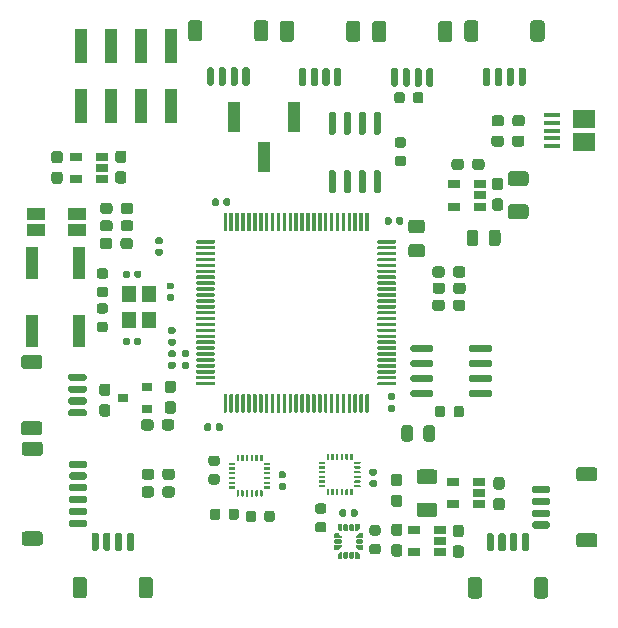
<source format=gbr>
%TF.GenerationSoftware,KiCad,Pcbnew,(5.1.6)-1*%
%TF.CreationDate,2020-09-08T22:29:01+07:00*%
%TF.ProjectId,Pixracer_clone,50697872-6163-4657-925f-636c6f6e652e,rev?*%
%TF.SameCoordinates,Original*%
%TF.FileFunction,Paste,Top*%
%TF.FilePolarity,Positive*%
%FSLAX46Y46*%
G04 Gerber Fmt 4.6, Leading zero omitted, Abs format (unit mm)*
G04 Created by KiCad (PCBNEW (5.1.6)-1) date 2020-09-08 22:29:01*
%MOMM*%
%LPD*%
G01*
G04 APERTURE LIST*
%ADD10R,1.060000X0.650000*%
%ADD11C,0.100000*%
%ADD12R,1.000000X2.510000*%
%ADD13R,1.500000X1.000000*%
%ADD14R,1.000000X3.000000*%
%ADD15R,1.900000X1.500000*%
%ADD16R,1.350000X0.400000*%
%ADD17R,1.200000X1.400000*%
%ADD18R,1.000000X2.750000*%
%ADD19R,0.900000X0.800000*%
G04 APERTURE END LIST*
%TO.C,C12*%
G36*
G01*
X157647500Y-99210000D02*
X157302500Y-99210000D01*
G75*
G02*
X157155000Y-99062500I0J147500D01*
G01*
X157155000Y-98767500D01*
G75*
G02*
X157302500Y-98620000I147500J0D01*
G01*
X157647500Y-98620000D01*
G75*
G02*
X157795000Y-98767500I0J-147500D01*
G01*
X157795000Y-99062500D01*
G75*
G02*
X157647500Y-99210000I-147500J0D01*
G01*
G37*
G36*
G01*
X157647500Y-100180000D02*
X157302500Y-100180000D01*
G75*
G02*
X157155000Y-100032500I0J147500D01*
G01*
X157155000Y-99737500D01*
G75*
G02*
X157302500Y-99590000I147500J0D01*
G01*
X157647500Y-99590000D01*
G75*
G02*
X157795000Y-99737500I0J-147500D01*
G01*
X157795000Y-100032500D01*
G75*
G02*
X157647500Y-100180000I-147500J0D01*
G01*
G37*
%TD*%
%TO.C,Switch*%
G36*
G01*
X144999999Y-115925000D02*
X146300001Y-115925000D01*
G75*
G02*
X146550000Y-116174999I0J-249999D01*
G01*
X146550000Y-116875001D01*
G75*
G02*
X146300001Y-117125000I-249999J0D01*
G01*
X144999999Y-117125000D01*
G75*
G02*
X144750000Y-116875001I0J249999D01*
G01*
X144750000Y-116174999D01*
G75*
G02*
X144999999Y-115925000I249999J0D01*
G01*
G37*
G36*
G01*
X144999999Y-108325000D02*
X146300001Y-108325000D01*
G75*
G02*
X146550000Y-108574999I0J-249999D01*
G01*
X146550000Y-109275001D01*
G75*
G02*
X146300001Y-109525000I-249999J0D01*
G01*
X144999999Y-109525000D01*
G75*
G02*
X144750000Y-109275001I0J249999D01*
G01*
X144750000Y-108574999D01*
G75*
G02*
X144999999Y-108325000I249999J0D01*
G01*
G37*
G36*
G01*
X148900000Y-114925000D02*
X150150000Y-114925000D01*
G75*
G02*
X150300000Y-115075000I0J-150000D01*
G01*
X150300000Y-115375000D01*
G75*
G02*
X150150000Y-115525000I-150000J0D01*
G01*
X148900000Y-115525000D01*
G75*
G02*
X148750000Y-115375000I0J150000D01*
G01*
X148750000Y-115075000D01*
G75*
G02*
X148900000Y-114925000I150000J0D01*
G01*
G37*
G36*
G01*
X148900000Y-113925000D02*
X150150000Y-113925000D01*
G75*
G02*
X150300000Y-114075000I0J-150000D01*
G01*
X150300000Y-114375000D01*
G75*
G02*
X150150000Y-114525000I-150000J0D01*
G01*
X148900000Y-114525000D01*
G75*
G02*
X148750000Y-114375000I0J150000D01*
G01*
X148750000Y-114075000D01*
G75*
G02*
X148900000Y-113925000I150000J0D01*
G01*
G37*
G36*
G01*
X148900000Y-112925000D02*
X150150000Y-112925000D01*
G75*
G02*
X150300000Y-113075000I0J-150000D01*
G01*
X150300000Y-113375000D01*
G75*
G02*
X150150000Y-113525000I-150000J0D01*
G01*
X148900000Y-113525000D01*
G75*
G02*
X148750000Y-113375000I0J150000D01*
G01*
X148750000Y-113075000D01*
G75*
G02*
X148900000Y-112925000I150000J0D01*
G01*
G37*
G36*
G01*
X148900000Y-111925000D02*
X150150000Y-111925000D01*
G75*
G02*
X150300000Y-112075000I0J-150000D01*
G01*
X150300000Y-112375000D01*
G75*
G02*
X150150000Y-112525000I-150000J0D01*
G01*
X148900000Y-112525000D01*
G75*
G02*
X148750000Y-112375000I0J150000D01*
G01*
X148750000Y-112075000D01*
G75*
G02*
X148900000Y-111925000I150000J0D01*
G01*
G37*
G36*
G01*
X148900000Y-110925000D02*
X150150000Y-110925000D01*
G75*
G02*
X150300000Y-111075000I0J-150000D01*
G01*
X150300000Y-111375000D01*
G75*
G02*
X150150000Y-111525000I-150000J0D01*
G01*
X148900000Y-111525000D01*
G75*
G02*
X148750000Y-111375000I0J150000D01*
G01*
X148750000Y-111075000D01*
G75*
G02*
X148900000Y-110925000I150000J0D01*
G01*
G37*
G36*
G01*
X148900000Y-109925000D02*
X150150000Y-109925000D01*
G75*
G02*
X150300000Y-110075000I0J-150000D01*
G01*
X150300000Y-110375000D01*
G75*
G02*
X150150000Y-110525000I-150000J0D01*
G01*
X148900000Y-110525000D01*
G75*
G02*
X148750000Y-110375000I0J150000D01*
G01*
X148750000Y-110075000D01*
G75*
G02*
X148900000Y-109925000I150000J0D01*
G01*
G37*
%TD*%
%TO.C,SWD*%
G36*
G01*
X183425000Y-72899999D02*
X183425000Y-74200001D01*
G75*
G02*
X183175001Y-74450000I-249999J0D01*
G01*
X182474999Y-74450000D01*
G75*
G02*
X182225000Y-74200001I0J249999D01*
G01*
X182225000Y-72899999D01*
G75*
G02*
X182474999Y-72650000I249999J0D01*
G01*
X183175001Y-72650000D01*
G75*
G02*
X183425000Y-72899999I0J-249999D01*
G01*
G37*
G36*
G01*
X189025000Y-72899999D02*
X189025000Y-74200001D01*
G75*
G02*
X188775001Y-74450000I-249999J0D01*
G01*
X188074999Y-74450000D01*
G75*
G02*
X187825000Y-74200001I0J249999D01*
G01*
X187825000Y-72899999D01*
G75*
G02*
X188074999Y-72650000I249999J0D01*
G01*
X188775001Y-72650000D01*
G75*
G02*
X189025000Y-72899999I0J-249999D01*
G01*
G37*
G36*
G01*
X184425000Y-76800000D02*
X184425000Y-78050000D01*
G75*
G02*
X184275000Y-78200000I-150000J0D01*
G01*
X183975000Y-78200000D01*
G75*
G02*
X183825000Y-78050000I0J150000D01*
G01*
X183825000Y-76800000D01*
G75*
G02*
X183975000Y-76650000I150000J0D01*
G01*
X184275000Y-76650000D01*
G75*
G02*
X184425000Y-76800000I0J-150000D01*
G01*
G37*
G36*
G01*
X185425000Y-76800000D02*
X185425000Y-78050000D01*
G75*
G02*
X185275000Y-78200000I-150000J0D01*
G01*
X184975000Y-78200000D01*
G75*
G02*
X184825000Y-78050000I0J150000D01*
G01*
X184825000Y-76800000D01*
G75*
G02*
X184975000Y-76650000I150000J0D01*
G01*
X185275000Y-76650000D01*
G75*
G02*
X185425000Y-76800000I0J-150000D01*
G01*
G37*
G36*
G01*
X186425000Y-76800000D02*
X186425000Y-78050000D01*
G75*
G02*
X186275000Y-78200000I-150000J0D01*
G01*
X185975000Y-78200000D01*
G75*
G02*
X185825000Y-78050000I0J150000D01*
G01*
X185825000Y-76800000D01*
G75*
G02*
X185975000Y-76650000I150000J0D01*
G01*
X186275000Y-76650000D01*
G75*
G02*
X186425000Y-76800000I0J-150000D01*
G01*
G37*
G36*
G01*
X187425000Y-76800000D02*
X187425000Y-78050000D01*
G75*
G02*
X187275000Y-78200000I-150000J0D01*
G01*
X186975000Y-78200000D01*
G75*
G02*
X186825000Y-78050000I0J150000D01*
G01*
X186825000Y-76800000D01*
G75*
G02*
X186975000Y-76650000I150000J0D01*
G01*
X187275000Y-76650000D01*
G75*
G02*
X187425000Y-76800000I0J-150000D01*
G01*
G37*
%TD*%
D10*
%TO.C,U2*%
X149355000Y-86110000D03*
X149355000Y-84210000D03*
X151555000Y-84210000D03*
X151555000Y-85160000D03*
X151555000Y-86110000D03*
%TD*%
%TO.C,C43*%
G36*
G01*
X147987500Y-84750000D02*
X147512500Y-84750000D01*
G75*
G02*
X147275000Y-84512500I0J237500D01*
G01*
X147275000Y-83937500D01*
G75*
G02*
X147512500Y-83700000I237500J0D01*
G01*
X147987500Y-83700000D01*
G75*
G02*
X148225000Y-83937500I0J-237500D01*
G01*
X148225000Y-84512500D01*
G75*
G02*
X147987500Y-84750000I-237500J0D01*
G01*
G37*
G36*
G01*
X147987500Y-86500000D02*
X147512500Y-86500000D01*
G75*
G02*
X147275000Y-86262500I0J237500D01*
G01*
X147275000Y-85687500D01*
G75*
G02*
X147512500Y-85450000I237500J0D01*
G01*
X147987500Y-85450000D01*
G75*
G02*
X148225000Y-85687500I0J-237500D01*
G01*
X148225000Y-86262500D01*
G75*
G02*
X147987500Y-86500000I-237500J0D01*
G01*
G37*
%TD*%
%TO.C,C38*%
G36*
G01*
X181275000Y-94187500D02*
X181275000Y-93712500D01*
G75*
G02*
X181512500Y-93475000I237500J0D01*
G01*
X182087500Y-93475000D01*
G75*
G02*
X182325000Y-93712500I0J-237500D01*
G01*
X182325000Y-94187500D01*
G75*
G02*
X182087500Y-94425000I-237500J0D01*
G01*
X181512500Y-94425000D01*
G75*
G02*
X181275000Y-94187500I0J237500D01*
G01*
G37*
G36*
G01*
X179525000Y-94187500D02*
X179525000Y-93712500D01*
G75*
G02*
X179762500Y-93475000I237500J0D01*
G01*
X180337500Y-93475000D01*
G75*
G02*
X180575000Y-93712500I0J-237500D01*
G01*
X180575000Y-94187500D01*
G75*
G02*
X180337500Y-94425000I-237500J0D01*
G01*
X179762500Y-94425000D01*
G75*
G02*
X179525000Y-94187500I0J237500D01*
G01*
G37*
%TD*%
%TO.C,C15*%
G36*
G01*
X153387500Y-84725000D02*
X152912500Y-84725000D01*
G75*
G02*
X152675000Y-84487500I0J237500D01*
G01*
X152675000Y-83912500D01*
G75*
G02*
X152912500Y-83675000I237500J0D01*
G01*
X153387500Y-83675000D01*
G75*
G02*
X153625000Y-83912500I0J-237500D01*
G01*
X153625000Y-84487500D01*
G75*
G02*
X153387500Y-84725000I-237500J0D01*
G01*
G37*
G36*
G01*
X153387500Y-86475000D02*
X152912500Y-86475000D01*
G75*
G02*
X152675000Y-86237500I0J237500D01*
G01*
X152675000Y-85662500D01*
G75*
G02*
X152912500Y-85425000I237500J0D01*
G01*
X153387500Y-85425000D01*
G75*
G02*
X153625000Y-85662500I0J-237500D01*
G01*
X153625000Y-86237500D01*
G75*
G02*
X153387500Y-86475000I-237500J0D01*
G01*
G37*
%TD*%
%TO.C,FB1*%
G36*
G01*
X184325000Y-91531250D02*
X184325000Y-90618750D01*
G75*
G02*
X184568750Y-90375000I243750J0D01*
G01*
X185056250Y-90375000D01*
G75*
G02*
X185300000Y-90618750I0J-243750D01*
G01*
X185300000Y-91531250D01*
G75*
G02*
X185056250Y-91775000I-243750J0D01*
G01*
X184568750Y-91775000D01*
G75*
G02*
X184325000Y-91531250I0J243750D01*
G01*
G37*
G36*
G01*
X182450000Y-91531250D02*
X182450000Y-90618750D01*
G75*
G02*
X182693750Y-90375000I243750J0D01*
G01*
X183181250Y-90375000D01*
G75*
G02*
X183425000Y-90618750I0J-243750D01*
G01*
X183425000Y-91531250D01*
G75*
G02*
X183181250Y-91775000I-243750J0D01*
G01*
X182693750Y-91775000D01*
G75*
G02*
X182450000Y-91531250I0J243750D01*
G01*
G37*
%TD*%
%TO.C,SBUS*%
G36*
G01*
X144949999Y-106575000D02*
X146250001Y-106575000D01*
G75*
G02*
X146500000Y-106824999I0J-249999D01*
G01*
X146500000Y-107525001D01*
G75*
G02*
X146250001Y-107775000I-249999J0D01*
G01*
X144949999Y-107775000D01*
G75*
G02*
X144700000Y-107525001I0J249999D01*
G01*
X144700000Y-106824999D01*
G75*
G02*
X144949999Y-106575000I249999J0D01*
G01*
G37*
G36*
G01*
X144949999Y-100975000D02*
X146250001Y-100975000D01*
G75*
G02*
X146500000Y-101224999I0J-249999D01*
G01*
X146500000Y-101925001D01*
G75*
G02*
X146250001Y-102175000I-249999J0D01*
G01*
X144949999Y-102175000D01*
G75*
G02*
X144700000Y-101925001I0J249999D01*
G01*
X144700000Y-101224999D01*
G75*
G02*
X144949999Y-100975000I249999J0D01*
G01*
G37*
G36*
G01*
X148850000Y-105575000D02*
X150100000Y-105575000D01*
G75*
G02*
X150250000Y-105725000I0J-150000D01*
G01*
X150250000Y-106025000D01*
G75*
G02*
X150100000Y-106175000I-150000J0D01*
G01*
X148850000Y-106175000D01*
G75*
G02*
X148700000Y-106025000I0J150000D01*
G01*
X148700000Y-105725000D01*
G75*
G02*
X148850000Y-105575000I150000J0D01*
G01*
G37*
G36*
G01*
X148850000Y-104575000D02*
X150100000Y-104575000D01*
G75*
G02*
X150250000Y-104725000I0J-150000D01*
G01*
X150250000Y-105025000D01*
G75*
G02*
X150100000Y-105175000I-150000J0D01*
G01*
X148850000Y-105175000D01*
G75*
G02*
X148700000Y-105025000I0J150000D01*
G01*
X148700000Y-104725000D01*
G75*
G02*
X148850000Y-104575000I150000J0D01*
G01*
G37*
G36*
G01*
X148850000Y-103575000D02*
X150100000Y-103575000D01*
G75*
G02*
X150250000Y-103725000I0J-150000D01*
G01*
X150250000Y-104025000D01*
G75*
G02*
X150100000Y-104175000I-150000J0D01*
G01*
X148850000Y-104175000D01*
G75*
G02*
X148700000Y-104025000I0J150000D01*
G01*
X148700000Y-103725000D01*
G75*
G02*
X148850000Y-103575000I150000J0D01*
G01*
G37*
G36*
G01*
X148850000Y-102575000D02*
X150100000Y-102575000D01*
G75*
G02*
X150250000Y-102725000I0J-150000D01*
G01*
X150250000Y-103025000D01*
G75*
G02*
X150100000Y-103175000I-150000J0D01*
G01*
X148850000Y-103175000D01*
G75*
G02*
X148700000Y-103025000I0J150000D01*
G01*
X148700000Y-102725000D01*
G75*
G02*
X148850000Y-102575000I150000J0D01*
G01*
G37*
%TD*%
%TO.C,I2C1*%
G36*
G01*
X167825000Y-72924999D02*
X167825000Y-74225001D01*
G75*
G02*
X167575001Y-74475000I-249999J0D01*
G01*
X166874999Y-74475000D01*
G75*
G02*
X166625000Y-74225001I0J249999D01*
G01*
X166625000Y-72924999D01*
G75*
G02*
X166874999Y-72675000I249999J0D01*
G01*
X167575001Y-72675000D01*
G75*
G02*
X167825000Y-72924999I0J-249999D01*
G01*
G37*
G36*
G01*
X173425000Y-72924999D02*
X173425000Y-74225001D01*
G75*
G02*
X173175001Y-74475000I-249999J0D01*
G01*
X172474999Y-74475000D01*
G75*
G02*
X172225000Y-74225001I0J249999D01*
G01*
X172225000Y-72924999D01*
G75*
G02*
X172474999Y-72675000I249999J0D01*
G01*
X173175001Y-72675000D01*
G75*
G02*
X173425000Y-72924999I0J-249999D01*
G01*
G37*
G36*
G01*
X168825000Y-76825000D02*
X168825000Y-78075000D01*
G75*
G02*
X168675000Y-78225000I-150000J0D01*
G01*
X168375000Y-78225000D01*
G75*
G02*
X168225000Y-78075000I0J150000D01*
G01*
X168225000Y-76825000D01*
G75*
G02*
X168375000Y-76675000I150000J0D01*
G01*
X168675000Y-76675000D01*
G75*
G02*
X168825000Y-76825000I0J-150000D01*
G01*
G37*
G36*
G01*
X169825000Y-76825000D02*
X169825000Y-78075000D01*
G75*
G02*
X169675000Y-78225000I-150000J0D01*
G01*
X169375000Y-78225000D01*
G75*
G02*
X169225000Y-78075000I0J150000D01*
G01*
X169225000Y-76825000D01*
G75*
G02*
X169375000Y-76675000I150000J0D01*
G01*
X169675000Y-76675000D01*
G75*
G02*
X169825000Y-76825000I0J-150000D01*
G01*
G37*
G36*
G01*
X170825000Y-76825000D02*
X170825000Y-78075000D01*
G75*
G02*
X170675000Y-78225000I-150000J0D01*
G01*
X170375000Y-78225000D01*
G75*
G02*
X170225000Y-78075000I0J150000D01*
G01*
X170225000Y-76825000D01*
G75*
G02*
X170375000Y-76675000I150000J0D01*
G01*
X170675000Y-76675000D01*
G75*
G02*
X170825000Y-76825000I0J-150000D01*
G01*
G37*
G36*
G01*
X171825000Y-76825000D02*
X171825000Y-78075000D01*
G75*
G02*
X171675000Y-78225000I-150000J0D01*
G01*
X171375000Y-78225000D01*
G75*
G02*
X171225000Y-78075000I0J150000D01*
G01*
X171225000Y-76825000D01*
G75*
G02*
X171375000Y-76675000I150000J0D01*
G01*
X171675000Y-76675000D01*
G75*
G02*
X171825000Y-76825000I0J-150000D01*
G01*
G37*
%TD*%
%TO.C,R4*%
G36*
G01*
X185575000Y-82637500D02*
X185575000Y-83112500D01*
G75*
G02*
X185337500Y-83350000I-237500J0D01*
G01*
X184762500Y-83350000D01*
G75*
G02*
X184525000Y-83112500I0J237500D01*
G01*
X184525000Y-82637500D01*
G75*
G02*
X184762500Y-82400000I237500J0D01*
G01*
X185337500Y-82400000D01*
G75*
G02*
X185575000Y-82637500I0J-237500D01*
G01*
G37*
G36*
G01*
X187325000Y-82637500D02*
X187325000Y-83112500D01*
G75*
G02*
X187087500Y-83350000I-237500J0D01*
G01*
X186512500Y-83350000D01*
G75*
G02*
X186275000Y-83112500I0J237500D01*
G01*
X186275000Y-82637500D01*
G75*
G02*
X186512500Y-82400000I237500J0D01*
G01*
X187087500Y-82400000D01*
G75*
G02*
X187325000Y-82637500I0J-237500D01*
G01*
G37*
%TD*%
%TO.C,R3*%
G36*
G01*
X185600000Y-80912500D02*
X185600000Y-81387500D01*
G75*
G02*
X185362500Y-81625000I-237500J0D01*
G01*
X184787500Y-81625000D01*
G75*
G02*
X184550000Y-81387500I0J237500D01*
G01*
X184550000Y-80912500D01*
G75*
G02*
X184787500Y-80675000I237500J0D01*
G01*
X185362500Y-80675000D01*
G75*
G02*
X185600000Y-80912500I0J-237500D01*
G01*
G37*
G36*
G01*
X187350000Y-80912500D02*
X187350000Y-81387500D01*
G75*
G02*
X187112500Y-81625000I-237500J0D01*
G01*
X186537500Y-81625000D01*
G75*
G02*
X186300000Y-81387500I0J237500D01*
G01*
X186300000Y-80912500D01*
G75*
G02*
X186537500Y-80675000I237500J0D01*
G01*
X187112500Y-80675000D01*
G75*
G02*
X187350000Y-80912500I0J-237500D01*
G01*
G37*
%TD*%
%TO.C,UART8*%
G36*
G01*
X160050000Y-72874999D02*
X160050000Y-74175001D01*
G75*
G02*
X159800001Y-74425000I-249999J0D01*
G01*
X159099999Y-74425000D01*
G75*
G02*
X158850000Y-74175001I0J249999D01*
G01*
X158850000Y-72874999D01*
G75*
G02*
X159099999Y-72625000I249999J0D01*
G01*
X159800001Y-72625000D01*
G75*
G02*
X160050000Y-72874999I0J-249999D01*
G01*
G37*
G36*
G01*
X165650000Y-72874999D02*
X165650000Y-74175001D01*
G75*
G02*
X165400001Y-74425000I-249999J0D01*
G01*
X164699999Y-74425000D01*
G75*
G02*
X164450000Y-74175001I0J249999D01*
G01*
X164450000Y-72874999D01*
G75*
G02*
X164699999Y-72625000I249999J0D01*
G01*
X165400001Y-72625000D01*
G75*
G02*
X165650000Y-72874999I0J-249999D01*
G01*
G37*
G36*
G01*
X161050000Y-76775000D02*
X161050000Y-78025000D01*
G75*
G02*
X160900000Y-78175000I-150000J0D01*
G01*
X160600000Y-78175000D01*
G75*
G02*
X160450000Y-78025000I0J150000D01*
G01*
X160450000Y-76775000D01*
G75*
G02*
X160600000Y-76625000I150000J0D01*
G01*
X160900000Y-76625000D01*
G75*
G02*
X161050000Y-76775000I0J-150000D01*
G01*
G37*
G36*
G01*
X162050000Y-76775000D02*
X162050000Y-78025000D01*
G75*
G02*
X161900000Y-78175000I-150000J0D01*
G01*
X161600000Y-78175000D01*
G75*
G02*
X161450000Y-78025000I0J150000D01*
G01*
X161450000Y-76775000D01*
G75*
G02*
X161600000Y-76625000I150000J0D01*
G01*
X161900000Y-76625000D01*
G75*
G02*
X162050000Y-76775000I0J-150000D01*
G01*
G37*
G36*
G01*
X163050000Y-76775000D02*
X163050000Y-78025000D01*
G75*
G02*
X162900000Y-78175000I-150000J0D01*
G01*
X162600000Y-78175000D01*
G75*
G02*
X162450000Y-78025000I0J150000D01*
G01*
X162450000Y-76775000D01*
G75*
G02*
X162600000Y-76625000I150000J0D01*
G01*
X162900000Y-76625000D01*
G75*
G02*
X163050000Y-76775000I0J-150000D01*
G01*
G37*
G36*
G01*
X164050000Y-76775000D02*
X164050000Y-78025000D01*
G75*
G02*
X163900000Y-78175000I-150000J0D01*
G01*
X163600000Y-78175000D01*
G75*
G02*
X163450000Y-78025000I0J150000D01*
G01*
X163450000Y-76775000D01*
G75*
G02*
X163600000Y-76625000I150000J0D01*
G01*
X163900000Y-76625000D01*
G75*
G02*
X164050000Y-76775000I0J-150000D01*
G01*
G37*
%TD*%
%TO.C,C25*%
G36*
G01*
X179700000Y-111925000D02*
X178450000Y-111925000D01*
G75*
G02*
X178200000Y-111675000I0J250000D01*
G01*
X178200000Y-110925000D01*
G75*
G02*
X178450000Y-110675000I250000J0D01*
G01*
X179700000Y-110675000D01*
G75*
G02*
X179950000Y-110925000I0J-250000D01*
G01*
X179950000Y-111675000D01*
G75*
G02*
X179700000Y-111925000I-250000J0D01*
G01*
G37*
G36*
G01*
X179700000Y-114725000D02*
X178450000Y-114725000D01*
G75*
G02*
X178200000Y-114475000I0J250000D01*
G01*
X178200000Y-113725000D01*
G75*
G02*
X178450000Y-113475000I250000J0D01*
G01*
X179700000Y-113475000D01*
G75*
G02*
X179950000Y-113725000I0J-250000D01*
G01*
X179950000Y-114475000D01*
G75*
G02*
X179700000Y-114725000I-250000J0D01*
G01*
G37*
%TD*%
%TO.C,C20*%
G36*
G01*
X174697500Y-111185000D02*
X174352500Y-111185000D01*
G75*
G02*
X174205000Y-111037500I0J147500D01*
G01*
X174205000Y-110742500D01*
G75*
G02*
X174352500Y-110595000I147500J0D01*
G01*
X174697500Y-110595000D01*
G75*
G02*
X174845000Y-110742500I0J-147500D01*
G01*
X174845000Y-111037500D01*
G75*
G02*
X174697500Y-111185000I-147500J0D01*
G01*
G37*
G36*
G01*
X174697500Y-112155000D02*
X174352500Y-112155000D01*
G75*
G02*
X174205000Y-112007500I0J147500D01*
G01*
X174205000Y-111712500D01*
G75*
G02*
X174352500Y-111565000I147500J0D01*
G01*
X174697500Y-111565000D01*
G75*
G02*
X174845000Y-111712500I0J-147500D01*
G01*
X174845000Y-112007500D01*
G75*
G02*
X174697500Y-112155000I-147500J0D01*
G01*
G37*
%TD*%
%TO.C,C16*%
G36*
G01*
X169818750Y-115125000D02*
X170331250Y-115125000D01*
G75*
G02*
X170550000Y-115343750I0J-218750D01*
G01*
X170550000Y-115781250D01*
G75*
G02*
X170331250Y-116000000I-218750J0D01*
G01*
X169818750Y-116000000D01*
G75*
G02*
X169600000Y-115781250I0J218750D01*
G01*
X169600000Y-115343750D01*
G75*
G02*
X169818750Y-115125000I218750J0D01*
G01*
G37*
G36*
G01*
X169818750Y-113550000D02*
X170331250Y-113550000D01*
G75*
G02*
X170550000Y-113768750I0J-218750D01*
G01*
X170550000Y-114206250D01*
G75*
G02*
X170331250Y-114425000I-218750J0D01*
G01*
X169818750Y-114425000D01*
G75*
G02*
X169600000Y-114206250I0J218750D01*
G01*
X169600000Y-113768750D01*
G75*
G02*
X169818750Y-113550000I218750J0D01*
G01*
G37*
%TD*%
%TO.C,C23*%
G36*
G01*
X161306250Y-110375000D02*
X160793750Y-110375000D01*
G75*
G02*
X160575000Y-110156250I0J218750D01*
G01*
X160575000Y-109718750D01*
G75*
G02*
X160793750Y-109500000I218750J0D01*
G01*
X161306250Y-109500000D01*
G75*
G02*
X161525000Y-109718750I0J-218750D01*
G01*
X161525000Y-110156250D01*
G75*
G02*
X161306250Y-110375000I-218750J0D01*
G01*
G37*
G36*
G01*
X161306250Y-111950000D02*
X160793750Y-111950000D01*
G75*
G02*
X160575000Y-111731250I0J218750D01*
G01*
X160575000Y-111293750D01*
G75*
G02*
X160793750Y-111075000I218750J0D01*
G01*
X161306250Y-111075000D01*
G75*
G02*
X161525000Y-111293750I0J-218750D01*
G01*
X161525000Y-111731250D01*
G75*
G02*
X161306250Y-111950000I-218750J0D01*
G01*
G37*
%TD*%
%TO.C,C26*%
G36*
G01*
X174931250Y-116275000D02*
X174418750Y-116275000D01*
G75*
G02*
X174200000Y-116056250I0J218750D01*
G01*
X174200000Y-115618750D01*
G75*
G02*
X174418750Y-115400000I218750J0D01*
G01*
X174931250Y-115400000D01*
G75*
G02*
X175150000Y-115618750I0J-218750D01*
G01*
X175150000Y-116056250D01*
G75*
G02*
X174931250Y-116275000I-218750J0D01*
G01*
G37*
G36*
G01*
X174931250Y-117850000D02*
X174418750Y-117850000D01*
G75*
G02*
X174200000Y-117631250I0J218750D01*
G01*
X174200000Y-117193750D01*
G75*
G02*
X174418750Y-116975000I218750J0D01*
G01*
X174931250Y-116975000D01*
G75*
G02*
X175150000Y-117193750I0J-218750D01*
G01*
X175150000Y-117631250D01*
G75*
G02*
X174931250Y-117850000I-218750J0D01*
G01*
G37*
%TD*%
%TO.C,C19*%
G36*
G01*
X172615000Y-114522500D02*
X172615000Y-114177500D01*
G75*
G02*
X172762500Y-114030000I147500J0D01*
G01*
X173057500Y-114030000D01*
G75*
G02*
X173205000Y-114177500I0J-147500D01*
G01*
X173205000Y-114522500D01*
G75*
G02*
X173057500Y-114670000I-147500J0D01*
G01*
X172762500Y-114670000D01*
G75*
G02*
X172615000Y-114522500I0J147500D01*
G01*
G37*
G36*
G01*
X171645000Y-114522500D02*
X171645000Y-114177500D01*
G75*
G02*
X171792500Y-114030000I147500J0D01*
G01*
X172087500Y-114030000D01*
G75*
G02*
X172235000Y-114177500I0J-147500D01*
G01*
X172235000Y-114522500D01*
G75*
G02*
X172087500Y-114670000I-147500J0D01*
G01*
X171792500Y-114670000D01*
G75*
G02*
X171645000Y-114522500I0J147500D01*
G01*
G37*
%TD*%
%TO.C,C24*%
G36*
G01*
X165300000Y-114906250D02*
X165300000Y-114393750D01*
G75*
G02*
X165518750Y-114175000I218750J0D01*
G01*
X165956250Y-114175000D01*
G75*
G02*
X166175000Y-114393750I0J-218750D01*
G01*
X166175000Y-114906250D01*
G75*
G02*
X165956250Y-115125000I-218750J0D01*
G01*
X165518750Y-115125000D01*
G75*
G02*
X165300000Y-114906250I0J218750D01*
G01*
G37*
G36*
G01*
X163725000Y-114906250D02*
X163725000Y-114393750D01*
G75*
G02*
X163943750Y-114175000I218750J0D01*
G01*
X164381250Y-114175000D01*
G75*
G02*
X164600000Y-114393750I0J-218750D01*
G01*
X164600000Y-114906250D01*
G75*
G02*
X164381250Y-115125000I-218750J0D01*
G01*
X163943750Y-115125000D01*
G75*
G02*
X163725000Y-114906250I0J218750D01*
G01*
G37*
%TD*%
%TO.C,C17*%
G36*
G01*
X166997500Y-111435000D02*
X166652500Y-111435000D01*
G75*
G02*
X166505000Y-111287500I0J147500D01*
G01*
X166505000Y-110992500D01*
G75*
G02*
X166652500Y-110845000I147500J0D01*
G01*
X166997500Y-110845000D01*
G75*
G02*
X167145000Y-110992500I0J-147500D01*
G01*
X167145000Y-111287500D01*
G75*
G02*
X166997500Y-111435000I-147500J0D01*
G01*
G37*
G36*
G01*
X166997500Y-112405000D02*
X166652500Y-112405000D01*
G75*
G02*
X166505000Y-112257500I0J147500D01*
G01*
X166505000Y-111962500D01*
G75*
G02*
X166652500Y-111815000I147500J0D01*
G01*
X166997500Y-111815000D01*
G75*
G02*
X167145000Y-111962500I0J-147500D01*
G01*
X167145000Y-112257500D01*
G75*
G02*
X166997500Y-112405000I-147500J0D01*
G01*
G37*
%TD*%
D11*
%TO.C,LSM6D*%
G36*
X171226441Y-117135368D02*
G01*
X171230709Y-117121299D01*
X171237640Y-117108332D01*
X171246967Y-117096967D01*
X171258332Y-117087640D01*
X171271299Y-117080709D01*
X171285368Y-117076441D01*
X171300000Y-117075000D01*
X171775000Y-117075000D01*
X171789632Y-117076441D01*
X171803701Y-117080709D01*
X171816668Y-117087640D01*
X171828033Y-117096967D01*
X171837360Y-117108332D01*
X171844291Y-117121299D01*
X171848559Y-117135368D01*
X171850000Y-117150000D01*
X171850000Y-117193934D01*
X171848559Y-117208566D01*
X171844291Y-117222635D01*
X171837360Y-117235602D01*
X171828033Y-117246967D01*
X171621967Y-117453033D01*
X171610602Y-117462360D01*
X171597635Y-117469291D01*
X171583566Y-117473559D01*
X171568934Y-117475000D01*
X171300000Y-117475000D01*
X171285368Y-117473559D01*
X171271299Y-117469291D01*
X171258332Y-117462360D01*
X171246967Y-117453033D01*
X171237640Y-117441668D01*
X171230709Y-117428701D01*
X171226441Y-117414632D01*
X171225000Y-117400000D01*
X171225000Y-117150000D01*
X171226441Y-117135368D01*
G37*
G36*
G01*
X171750000Y-116975000D02*
X171325000Y-116975000D01*
G75*
G02*
X171225000Y-116875000I0J100000D01*
G01*
X171225000Y-116675000D01*
G75*
G02*
X171325000Y-116575000I100000J0D01*
G01*
X171750000Y-116575000D01*
G75*
G02*
X171850000Y-116675000I0J-100000D01*
G01*
X171850000Y-116875000D01*
G75*
G02*
X171750000Y-116975000I-100000J0D01*
G01*
G37*
G36*
X171226441Y-116135368D02*
G01*
X171230709Y-116121299D01*
X171237640Y-116108332D01*
X171246967Y-116096967D01*
X171258332Y-116087640D01*
X171271299Y-116080709D01*
X171285368Y-116076441D01*
X171300000Y-116075000D01*
X171568934Y-116075000D01*
X171583566Y-116076441D01*
X171597635Y-116080709D01*
X171610602Y-116087640D01*
X171621967Y-116096967D01*
X171828033Y-116303033D01*
X171837360Y-116314398D01*
X171844291Y-116327365D01*
X171848559Y-116341434D01*
X171850000Y-116356066D01*
X171850000Y-116400000D01*
X171848559Y-116414632D01*
X171844291Y-116428701D01*
X171837360Y-116441668D01*
X171828033Y-116453033D01*
X171816668Y-116462360D01*
X171803701Y-116469291D01*
X171789632Y-116473559D01*
X171775000Y-116475000D01*
X171300000Y-116475000D01*
X171285368Y-116473559D01*
X171271299Y-116469291D01*
X171258332Y-116462360D01*
X171246967Y-116453033D01*
X171237640Y-116441668D01*
X171230709Y-116428701D01*
X171226441Y-116414632D01*
X171225000Y-116400000D01*
X171225000Y-116150000D01*
X171226441Y-116135368D01*
G37*
G36*
X171501441Y-115360368D02*
G01*
X171505709Y-115346299D01*
X171512640Y-115333332D01*
X171521967Y-115321967D01*
X171533332Y-115312640D01*
X171546299Y-115305709D01*
X171560368Y-115301441D01*
X171575000Y-115300000D01*
X171825000Y-115300000D01*
X171839632Y-115301441D01*
X171853701Y-115305709D01*
X171866668Y-115312640D01*
X171878033Y-115321967D01*
X171887360Y-115333332D01*
X171894291Y-115346299D01*
X171898559Y-115360368D01*
X171900000Y-115375000D01*
X171900000Y-115850000D01*
X171898559Y-115864632D01*
X171894291Y-115878701D01*
X171887360Y-115891668D01*
X171878033Y-115903033D01*
X171866668Y-115912360D01*
X171853701Y-115919291D01*
X171839632Y-115923559D01*
X171825000Y-115925000D01*
X171781066Y-115925000D01*
X171766434Y-115923559D01*
X171752365Y-115919291D01*
X171739398Y-115912360D01*
X171728033Y-115903033D01*
X171521967Y-115696967D01*
X171512640Y-115685602D01*
X171505709Y-115672635D01*
X171501441Y-115658566D01*
X171500000Y-115643934D01*
X171500000Y-115375000D01*
X171501441Y-115360368D01*
G37*
G36*
G01*
X172300000Y-115925000D02*
X172100000Y-115925000D01*
G75*
G02*
X172000000Y-115825000I0J100000D01*
G01*
X172000000Y-115400000D01*
G75*
G02*
X172100000Y-115300000I100000J0D01*
G01*
X172300000Y-115300000D01*
G75*
G02*
X172400000Y-115400000I0J-100000D01*
G01*
X172400000Y-115825000D01*
G75*
G02*
X172300000Y-115925000I-100000J0D01*
G01*
G37*
G36*
G01*
X172800000Y-115925000D02*
X172600000Y-115925000D01*
G75*
G02*
X172500000Y-115825000I0J100000D01*
G01*
X172500000Y-115400000D01*
G75*
G02*
X172600000Y-115300000I100000J0D01*
G01*
X172800000Y-115300000D01*
G75*
G02*
X172900000Y-115400000I0J-100000D01*
G01*
X172900000Y-115825000D01*
G75*
G02*
X172800000Y-115925000I-100000J0D01*
G01*
G37*
G36*
X173001441Y-115360368D02*
G01*
X173005709Y-115346299D01*
X173012640Y-115333332D01*
X173021967Y-115321967D01*
X173033332Y-115312640D01*
X173046299Y-115305709D01*
X173060368Y-115301441D01*
X173075000Y-115300000D01*
X173325000Y-115300000D01*
X173339632Y-115301441D01*
X173353701Y-115305709D01*
X173366668Y-115312640D01*
X173378033Y-115321967D01*
X173387360Y-115333332D01*
X173394291Y-115346299D01*
X173398559Y-115360368D01*
X173400000Y-115375000D01*
X173400000Y-115643934D01*
X173398559Y-115658566D01*
X173394291Y-115672635D01*
X173387360Y-115685602D01*
X173378033Y-115696967D01*
X173171967Y-115903033D01*
X173160602Y-115912360D01*
X173147635Y-115919291D01*
X173133566Y-115923559D01*
X173118934Y-115925000D01*
X173075000Y-115925000D01*
X173060368Y-115923559D01*
X173046299Y-115919291D01*
X173033332Y-115912360D01*
X173021967Y-115903033D01*
X173012640Y-115891668D01*
X173005709Y-115878701D01*
X173001441Y-115864632D01*
X173000000Y-115850000D01*
X173000000Y-115375000D01*
X173001441Y-115360368D01*
G37*
G36*
X173051441Y-116341434D02*
G01*
X173055709Y-116327365D01*
X173062640Y-116314398D01*
X173071967Y-116303033D01*
X173278033Y-116096967D01*
X173289398Y-116087640D01*
X173302365Y-116080709D01*
X173316434Y-116076441D01*
X173331066Y-116075000D01*
X173600000Y-116075000D01*
X173614632Y-116076441D01*
X173628701Y-116080709D01*
X173641668Y-116087640D01*
X173653033Y-116096967D01*
X173662360Y-116108332D01*
X173669291Y-116121299D01*
X173673559Y-116135368D01*
X173675000Y-116150000D01*
X173675000Y-116400000D01*
X173673559Y-116414632D01*
X173669291Y-116428701D01*
X173662360Y-116441668D01*
X173653033Y-116453033D01*
X173641668Y-116462360D01*
X173628701Y-116469291D01*
X173614632Y-116473559D01*
X173600000Y-116475000D01*
X173125000Y-116475000D01*
X173110368Y-116473559D01*
X173096299Y-116469291D01*
X173083332Y-116462360D01*
X173071967Y-116453033D01*
X173062640Y-116441668D01*
X173055709Y-116428701D01*
X173051441Y-116414632D01*
X173050000Y-116400000D01*
X173050000Y-116356066D01*
X173051441Y-116341434D01*
G37*
G36*
G01*
X173575000Y-116975000D02*
X173150000Y-116975000D01*
G75*
G02*
X173050000Y-116875000I0J100000D01*
G01*
X173050000Y-116675000D01*
G75*
G02*
X173150000Y-116575000I100000J0D01*
G01*
X173575000Y-116575000D01*
G75*
G02*
X173675000Y-116675000I0J-100000D01*
G01*
X173675000Y-116875000D01*
G75*
G02*
X173575000Y-116975000I-100000J0D01*
G01*
G37*
G36*
X173051441Y-117135368D02*
G01*
X173055709Y-117121299D01*
X173062640Y-117108332D01*
X173071967Y-117096967D01*
X173083332Y-117087640D01*
X173096299Y-117080709D01*
X173110368Y-117076441D01*
X173125000Y-117075000D01*
X173600000Y-117075000D01*
X173614632Y-117076441D01*
X173628701Y-117080709D01*
X173641668Y-117087640D01*
X173653033Y-117096967D01*
X173662360Y-117108332D01*
X173669291Y-117121299D01*
X173673559Y-117135368D01*
X173675000Y-117150000D01*
X173675000Y-117400000D01*
X173673559Y-117414632D01*
X173669291Y-117428701D01*
X173662360Y-117441668D01*
X173653033Y-117453033D01*
X173641668Y-117462360D01*
X173628701Y-117469291D01*
X173614632Y-117473559D01*
X173600000Y-117475000D01*
X173331066Y-117475000D01*
X173316434Y-117473559D01*
X173302365Y-117469291D01*
X173289398Y-117462360D01*
X173278033Y-117453033D01*
X173071967Y-117246967D01*
X173062640Y-117235602D01*
X173055709Y-117222635D01*
X173051441Y-117208566D01*
X173050000Y-117193934D01*
X173050000Y-117150000D01*
X173051441Y-117135368D01*
G37*
G36*
X173001441Y-117685368D02*
G01*
X173005709Y-117671299D01*
X173012640Y-117658332D01*
X173021967Y-117646967D01*
X173033332Y-117637640D01*
X173046299Y-117630709D01*
X173060368Y-117626441D01*
X173075000Y-117625000D01*
X173118934Y-117625000D01*
X173133566Y-117626441D01*
X173147635Y-117630709D01*
X173160602Y-117637640D01*
X173171967Y-117646967D01*
X173378033Y-117853033D01*
X173387360Y-117864398D01*
X173394291Y-117877365D01*
X173398559Y-117891434D01*
X173400000Y-117906066D01*
X173400000Y-118175000D01*
X173398559Y-118189632D01*
X173394291Y-118203701D01*
X173387360Y-118216668D01*
X173378033Y-118228033D01*
X173366668Y-118237360D01*
X173353701Y-118244291D01*
X173339632Y-118248559D01*
X173325000Y-118250000D01*
X173075000Y-118250000D01*
X173060368Y-118248559D01*
X173046299Y-118244291D01*
X173033332Y-118237360D01*
X173021967Y-118228033D01*
X173012640Y-118216668D01*
X173005709Y-118203701D01*
X173001441Y-118189632D01*
X173000000Y-118175000D01*
X173000000Y-117700000D01*
X173001441Y-117685368D01*
G37*
G36*
G01*
X172800000Y-118250000D02*
X172600000Y-118250000D01*
G75*
G02*
X172500000Y-118150000I0J100000D01*
G01*
X172500000Y-117725000D01*
G75*
G02*
X172600000Y-117625000I100000J0D01*
G01*
X172800000Y-117625000D01*
G75*
G02*
X172900000Y-117725000I0J-100000D01*
G01*
X172900000Y-118150000D01*
G75*
G02*
X172800000Y-118250000I-100000J0D01*
G01*
G37*
G36*
G01*
X172300000Y-118250000D02*
X172100000Y-118250000D01*
G75*
G02*
X172000000Y-118150000I0J100000D01*
G01*
X172000000Y-117725000D01*
G75*
G02*
X172100000Y-117625000I100000J0D01*
G01*
X172300000Y-117625000D01*
G75*
G02*
X172400000Y-117725000I0J-100000D01*
G01*
X172400000Y-118150000D01*
G75*
G02*
X172300000Y-118250000I-100000J0D01*
G01*
G37*
G36*
X171501441Y-117891434D02*
G01*
X171505709Y-117877365D01*
X171512640Y-117864398D01*
X171521967Y-117853033D01*
X171728033Y-117646967D01*
X171739398Y-117637640D01*
X171752365Y-117630709D01*
X171766434Y-117626441D01*
X171781066Y-117625000D01*
X171825000Y-117625000D01*
X171839632Y-117626441D01*
X171853701Y-117630709D01*
X171866668Y-117637640D01*
X171878033Y-117646967D01*
X171887360Y-117658332D01*
X171894291Y-117671299D01*
X171898559Y-117685368D01*
X171900000Y-117700000D01*
X171900000Y-118175000D01*
X171898559Y-118189632D01*
X171894291Y-118203701D01*
X171887360Y-118216668D01*
X171878033Y-118228033D01*
X171866668Y-118237360D01*
X171853701Y-118244291D01*
X171839632Y-118248559D01*
X171825000Y-118250000D01*
X171575000Y-118250000D01*
X171560368Y-118248559D01*
X171546299Y-118244291D01*
X171533332Y-118237360D01*
X171521967Y-118228033D01*
X171512640Y-118216668D01*
X171505709Y-118203701D01*
X171501441Y-118189632D01*
X171500000Y-118175000D01*
X171500000Y-117906066D01*
X171501441Y-117891434D01*
G37*
%TD*%
%TO.C,MPU9250*%
G36*
G01*
X163100000Y-109975000D02*
X163000000Y-109975000D01*
G75*
G02*
X162950000Y-109925000I0J50000D01*
G01*
X162950000Y-109475000D01*
G75*
G02*
X163000000Y-109425000I50000J0D01*
G01*
X163100000Y-109425000D01*
G75*
G02*
X163150000Y-109475000I0J-50000D01*
G01*
X163150000Y-109925000D01*
G75*
G02*
X163100000Y-109975000I-50000J0D01*
G01*
G37*
G36*
G01*
X163500000Y-109975000D02*
X163400000Y-109975000D01*
G75*
G02*
X163350000Y-109925000I0J50000D01*
G01*
X163350000Y-109475000D01*
G75*
G02*
X163400000Y-109425000I50000J0D01*
G01*
X163500000Y-109425000D01*
G75*
G02*
X163550000Y-109475000I0J-50000D01*
G01*
X163550000Y-109925000D01*
G75*
G02*
X163500000Y-109975000I-50000J0D01*
G01*
G37*
G36*
G01*
X163900000Y-109975000D02*
X163800000Y-109975000D01*
G75*
G02*
X163750000Y-109925000I0J50000D01*
G01*
X163750000Y-109475000D01*
G75*
G02*
X163800000Y-109425000I50000J0D01*
G01*
X163900000Y-109425000D01*
G75*
G02*
X163950000Y-109475000I0J-50000D01*
G01*
X163950000Y-109925000D01*
G75*
G02*
X163900000Y-109975000I-50000J0D01*
G01*
G37*
G36*
G01*
X164300000Y-109975000D02*
X164200000Y-109975000D01*
G75*
G02*
X164150000Y-109925000I0J50000D01*
G01*
X164150000Y-109475000D01*
G75*
G02*
X164200000Y-109425000I50000J0D01*
G01*
X164300000Y-109425000D01*
G75*
G02*
X164350000Y-109475000I0J-50000D01*
G01*
X164350000Y-109925000D01*
G75*
G02*
X164300000Y-109975000I-50000J0D01*
G01*
G37*
G36*
G01*
X164700000Y-109975000D02*
X164600000Y-109975000D01*
G75*
G02*
X164550000Y-109925000I0J50000D01*
G01*
X164550000Y-109475000D01*
G75*
G02*
X164600000Y-109425000I50000J0D01*
G01*
X164700000Y-109425000D01*
G75*
G02*
X164750000Y-109475000I0J-50000D01*
G01*
X164750000Y-109925000D01*
G75*
G02*
X164700000Y-109975000I-50000J0D01*
G01*
G37*
G36*
G01*
X165100000Y-109975000D02*
X165000000Y-109975000D01*
G75*
G02*
X164950000Y-109925000I0J50000D01*
G01*
X164950000Y-109475000D01*
G75*
G02*
X165000000Y-109425000I50000J0D01*
G01*
X165100000Y-109425000D01*
G75*
G02*
X165150000Y-109475000I0J-50000D01*
G01*
X165150000Y-109925000D01*
G75*
G02*
X165100000Y-109975000I-50000J0D01*
G01*
G37*
G36*
G01*
X165275000Y-110250000D02*
X165275000Y-110150000D01*
G75*
G02*
X165325000Y-110100000I50000J0D01*
G01*
X165775000Y-110100000D01*
G75*
G02*
X165825000Y-110150000I0J-50000D01*
G01*
X165825000Y-110250000D01*
G75*
G02*
X165775000Y-110300000I-50000J0D01*
G01*
X165325000Y-110300000D01*
G75*
G02*
X165275000Y-110250000I0J50000D01*
G01*
G37*
G36*
G01*
X165275000Y-110650000D02*
X165275000Y-110550000D01*
G75*
G02*
X165325000Y-110500000I50000J0D01*
G01*
X165775000Y-110500000D01*
G75*
G02*
X165825000Y-110550000I0J-50000D01*
G01*
X165825000Y-110650000D01*
G75*
G02*
X165775000Y-110700000I-50000J0D01*
G01*
X165325000Y-110700000D01*
G75*
G02*
X165275000Y-110650000I0J50000D01*
G01*
G37*
G36*
G01*
X165275000Y-111050000D02*
X165275000Y-110950000D01*
G75*
G02*
X165325000Y-110900000I50000J0D01*
G01*
X165775000Y-110900000D01*
G75*
G02*
X165825000Y-110950000I0J-50000D01*
G01*
X165825000Y-111050000D01*
G75*
G02*
X165775000Y-111100000I-50000J0D01*
G01*
X165325000Y-111100000D01*
G75*
G02*
X165275000Y-111050000I0J50000D01*
G01*
G37*
G36*
G01*
X165275000Y-111450000D02*
X165275000Y-111350000D01*
G75*
G02*
X165325000Y-111300000I50000J0D01*
G01*
X165775000Y-111300000D01*
G75*
G02*
X165825000Y-111350000I0J-50000D01*
G01*
X165825000Y-111450000D01*
G75*
G02*
X165775000Y-111500000I-50000J0D01*
G01*
X165325000Y-111500000D01*
G75*
G02*
X165275000Y-111450000I0J50000D01*
G01*
G37*
G36*
G01*
X165275000Y-111850000D02*
X165275000Y-111750000D01*
G75*
G02*
X165325000Y-111700000I50000J0D01*
G01*
X165775000Y-111700000D01*
G75*
G02*
X165825000Y-111750000I0J-50000D01*
G01*
X165825000Y-111850000D01*
G75*
G02*
X165775000Y-111900000I-50000J0D01*
G01*
X165325000Y-111900000D01*
G75*
G02*
X165275000Y-111850000I0J50000D01*
G01*
G37*
G36*
G01*
X165275000Y-112250000D02*
X165275000Y-112150000D01*
G75*
G02*
X165325000Y-112100000I50000J0D01*
G01*
X165775000Y-112100000D01*
G75*
G02*
X165825000Y-112150000I0J-50000D01*
G01*
X165825000Y-112250000D01*
G75*
G02*
X165775000Y-112300000I-50000J0D01*
G01*
X165325000Y-112300000D01*
G75*
G02*
X165275000Y-112250000I0J50000D01*
G01*
G37*
G36*
G01*
X165100000Y-112975000D02*
X165000000Y-112975000D01*
G75*
G02*
X164950000Y-112925000I0J50000D01*
G01*
X164950000Y-112475000D01*
G75*
G02*
X165000000Y-112425000I50000J0D01*
G01*
X165100000Y-112425000D01*
G75*
G02*
X165150000Y-112475000I0J-50000D01*
G01*
X165150000Y-112925000D01*
G75*
G02*
X165100000Y-112975000I-50000J0D01*
G01*
G37*
G36*
G01*
X164700000Y-112975000D02*
X164600000Y-112975000D01*
G75*
G02*
X164550000Y-112925000I0J50000D01*
G01*
X164550000Y-112475000D01*
G75*
G02*
X164600000Y-112425000I50000J0D01*
G01*
X164700000Y-112425000D01*
G75*
G02*
X164750000Y-112475000I0J-50000D01*
G01*
X164750000Y-112925000D01*
G75*
G02*
X164700000Y-112975000I-50000J0D01*
G01*
G37*
G36*
G01*
X164300000Y-112975000D02*
X164200000Y-112975000D01*
G75*
G02*
X164150000Y-112925000I0J50000D01*
G01*
X164150000Y-112475000D01*
G75*
G02*
X164200000Y-112425000I50000J0D01*
G01*
X164300000Y-112425000D01*
G75*
G02*
X164350000Y-112475000I0J-50000D01*
G01*
X164350000Y-112925000D01*
G75*
G02*
X164300000Y-112975000I-50000J0D01*
G01*
G37*
G36*
G01*
X163900000Y-112975000D02*
X163800000Y-112975000D01*
G75*
G02*
X163750000Y-112925000I0J50000D01*
G01*
X163750000Y-112475000D01*
G75*
G02*
X163800000Y-112425000I50000J0D01*
G01*
X163900000Y-112425000D01*
G75*
G02*
X163950000Y-112475000I0J-50000D01*
G01*
X163950000Y-112925000D01*
G75*
G02*
X163900000Y-112975000I-50000J0D01*
G01*
G37*
G36*
G01*
X163500000Y-112975000D02*
X163400000Y-112975000D01*
G75*
G02*
X163350000Y-112925000I0J50000D01*
G01*
X163350000Y-112475000D01*
G75*
G02*
X163400000Y-112425000I50000J0D01*
G01*
X163500000Y-112425000D01*
G75*
G02*
X163550000Y-112475000I0J-50000D01*
G01*
X163550000Y-112925000D01*
G75*
G02*
X163500000Y-112975000I-50000J0D01*
G01*
G37*
G36*
G01*
X163100000Y-112975000D02*
X163000000Y-112975000D01*
G75*
G02*
X162950000Y-112925000I0J50000D01*
G01*
X162950000Y-112475000D01*
G75*
G02*
X163000000Y-112425000I50000J0D01*
G01*
X163100000Y-112425000D01*
G75*
G02*
X163150000Y-112475000I0J-50000D01*
G01*
X163150000Y-112925000D01*
G75*
G02*
X163100000Y-112975000I-50000J0D01*
G01*
G37*
G36*
G01*
X162275000Y-112250000D02*
X162275000Y-112150000D01*
G75*
G02*
X162325000Y-112100000I50000J0D01*
G01*
X162775000Y-112100000D01*
G75*
G02*
X162825000Y-112150000I0J-50000D01*
G01*
X162825000Y-112250000D01*
G75*
G02*
X162775000Y-112300000I-50000J0D01*
G01*
X162325000Y-112300000D01*
G75*
G02*
X162275000Y-112250000I0J50000D01*
G01*
G37*
G36*
G01*
X162275000Y-111850000D02*
X162275000Y-111750000D01*
G75*
G02*
X162325000Y-111700000I50000J0D01*
G01*
X162775000Y-111700000D01*
G75*
G02*
X162825000Y-111750000I0J-50000D01*
G01*
X162825000Y-111850000D01*
G75*
G02*
X162775000Y-111900000I-50000J0D01*
G01*
X162325000Y-111900000D01*
G75*
G02*
X162275000Y-111850000I0J50000D01*
G01*
G37*
G36*
G01*
X162275000Y-111450000D02*
X162275000Y-111350000D01*
G75*
G02*
X162325000Y-111300000I50000J0D01*
G01*
X162775000Y-111300000D01*
G75*
G02*
X162825000Y-111350000I0J-50000D01*
G01*
X162825000Y-111450000D01*
G75*
G02*
X162775000Y-111500000I-50000J0D01*
G01*
X162325000Y-111500000D01*
G75*
G02*
X162275000Y-111450000I0J50000D01*
G01*
G37*
G36*
G01*
X162275000Y-111050000D02*
X162275000Y-110950000D01*
G75*
G02*
X162325000Y-110900000I50000J0D01*
G01*
X162775000Y-110900000D01*
G75*
G02*
X162825000Y-110950000I0J-50000D01*
G01*
X162825000Y-111050000D01*
G75*
G02*
X162775000Y-111100000I-50000J0D01*
G01*
X162325000Y-111100000D01*
G75*
G02*
X162275000Y-111050000I0J50000D01*
G01*
G37*
G36*
G01*
X162275000Y-110650000D02*
X162275000Y-110550000D01*
G75*
G02*
X162325000Y-110500000I50000J0D01*
G01*
X162775000Y-110500000D01*
G75*
G02*
X162825000Y-110550000I0J-50000D01*
G01*
X162825000Y-110650000D01*
G75*
G02*
X162775000Y-110700000I-50000J0D01*
G01*
X162325000Y-110700000D01*
G75*
G02*
X162275000Y-110650000I0J50000D01*
G01*
G37*
G36*
G01*
X162275000Y-110250000D02*
X162275000Y-110150000D01*
G75*
G02*
X162325000Y-110100000I50000J0D01*
G01*
X162775000Y-110100000D01*
G75*
G02*
X162825000Y-110150000I0J-50000D01*
G01*
X162825000Y-110250000D01*
G75*
G02*
X162775000Y-110300000I-50000J0D01*
G01*
X162325000Y-110300000D01*
G75*
G02*
X162275000Y-110250000I0J50000D01*
G01*
G37*
%TD*%
%TO.C,ICM20948*%
G36*
G01*
X170725000Y-109875000D02*
X170625000Y-109875000D01*
G75*
G02*
X170575000Y-109825000I0J50000D01*
G01*
X170575000Y-109375000D01*
G75*
G02*
X170625000Y-109325000I50000J0D01*
G01*
X170725000Y-109325000D01*
G75*
G02*
X170775000Y-109375000I0J-50000D01*
G01*
X170775000Y-109825000D01*
G75*
G02*
X170725000Y-109875000I-50000J0D01*
G01*
G37*
G36*
G01*
X171125000Y-109875000D02*
X171025000Y-109875000D01*
G75*
G02*
X170975000Y-109825000I0J50000D01*
G01*
X170975000Y-109375000D01*
G75*
G02*
X171025000Y-109325000I50000J0D01*
G01*
X171125000Y-109325000D01*
G75*
G02*
X171175000Y-109375000I0J-50000D01*
G01*
X171175000Y-109825000D01*
G75*
G02*
X171125000Y-109875000I-50000J0D01*
G01*
G37*
G36*
G01*
X171525000Y-109875000D02*
X171425000Y-109875000D01*
G75*
G02*
X171375000Y-109825000I0J50000D01*
G01*
X171375000Y-109375000D01*
G75*
G02*
X171425000Y-109325000I50000J0D01*
G01*
X171525000Y-109325000D01*
G75*
G02*
X171575000Y-109375000I0J-50000D01*
G01*
X171575000Y-109825000D01*
G75*
G02*
X171525000Y-109875000I-50000J0D01*
G01*
G37*
G36*
G01*
X171925000Y-109875000D02*
X171825000Y-109875000D01*
G75*
G02*
X171775000Y-109825000I0J50000D01*
G01*
X171775000Y-109375000D01*
G75*
G02*
X171825000Y-109325000I50000J0D01*
G01*
X171925000Y-109325000D01*
G75*
G02*
X171975000Y-109375000I0J-50000D01*
G01*
X171975000Y-109825000D01*
G75*
G02*
X171925000Y-109875000I-50000J0D01*
G01*
G37*
G36*
G01*
X172325000Y-109875000D02*
X172225000Y-109875000D01*
G75*
G02*
X172175000Y-109825000I0J50000D01*
G01*
X172175000Y-109375000D01*
G75*
G02*
X172225000Y-109325000I50000J0D01*
G01*
X172325000Y-109325000D01*
G75*
G02*
X172375000Y-109375000I0J-50000D01*
G01*
X172375000Y-109825000D01*
G75*
G02*
X172325000Y-109875000I-50000J0D01*
G01*
G37*
G36*
G01*
X172725000Y-109875000D02*
X172625000Y-109875000D01*
G75*
G02*
X172575000Y-109825000I0J50000D01*
G01*
X172575000Y-109375000D01*
G75*
G02*
X172625000Y-109325000I50000J0D01*
G01*
X172725000Y-109325000D01*
G75*
G02*
X172775000Y-109375000I0J-50000D01*
G01*
X172775000Y-109825000D01*
G75*
G02*
X172725000Y-109875000I-50000J0D01*
G01*
G37*
G36*
G01*
X172900000Y-110150000D02*
X172900000Y-110050000D01*
G75*
G02*
X172950000Y-110000000I50000J0D01*
G01*
X173400000Y-110000000D01*
G75*
G02*
X173450000Y-110050000I0J-50000D01*
G01*
X173450000Y-110150000D01*
G75*
G02*
X173400000Y-110200000I-50000J0D01*
G01*
X172950000Y-110200000D01*
G75*
G02*
X172900000Y-110150000I0J50000D01*
G01*
G37*
G36*
G01*
X172900000Y-110550000D02*
X172900000Y-110450000D01*
G75*
G02*
X172950000Y-110400000I50000J0D01*
G01*
X173400000Y-110400000D01*
G75*
G02*
X173450000Y-110450000I0J-50000D01*
G01*
X173450000Y-110550000D01*
G75*
G02*
X173400000Y-110600000I-50000J0D01*
G01*
X172950000Y-110600000D01*
G75*
G02*
X172900000Y-110550000I0J50000D01*
G01*
G37*
G36*
G01*
X172900000Y-110950000D02*
X172900000Y-110850000D01*
G75*
G02*
X172950000Y-110800000I50000J0D01*
G01*
X173400000Y-110800000D01*
G75*
G02*
X173450000Y-110850000I0J-50000D01*
G01*
X173450000Y-110950000D01*
G75*
G02*
X173400000Y-111000000I-50000J0D01*
G01*
X172950000Y-111000000D01*
G75*
G02*
X172900000Y-110950000I0J50000D01*
G01*
G37*
G36*
G01*
X172900000Y-111350000D02*
X172900000Y-111250000D01*
G75*
G02*
X172950000Y-111200000I50000J0D01*
G01*
X173400000Y-111200000D01*
G75*
G02*
X173450000Y-111250000I0J-50000D01*
G01*
X173450000Y-111350000D01*
G75*
G02*
X173400000Y-111400000I-50000J0D01*
G01*
X172950000Y-111400000D01*
G75*
G02*
X172900000Y-111350000I0J50000D01*
G01*
G37*
G36*
G01*
X172900000Y-111750000D02*
X172900000Y-111650000D01*
G75*
G02*
X172950000Y-111600000I50000J0D01*
G01*
X173400000Y-111600000D01*
G75*
G02*
X173450000Y-111650000I0J-50000D01*
G01*
X173450000Y-111750000D01*
G75*
G02*
X173400000Y-111800000I-50000J0D01*
G01*
X172950000Y-111800000D01*
G75*
G02*
X172900000Y-111750000I0J50000D01*
G01*
G37*
G36*
G01*
X172900000Y-112150000D02*
X172900000Y-112050000D01*
G75*
G02*
X172950000Y-112000000I50000J0D01*
G01*
X173400000Y-112000000D01*
G75*
G02*
X173450000Y-112050000I0J-50000D01*
G01*
X173450000Y-112150000D01*
G75*
G02*
X173400000Y-112200000I-50000J0D01*
G01*
X172950000Y-112200000D01*
G75*
G02*
X172900000Y-112150000I0J50000D01*
G01*
G37*
G36*
G01*
X172725000Y-112875000D02*
X172625000Y-112875000D01*
G75*
G02*
X172575000Y-112825000I0J50000D01*
G01*
X172575000Y-112375000D01*
G75*
G02*
X172625000Y-112325000I50000J0D01*
G01*
X172725000Y-112325000D01*
G75*
G02*
X172775000Y-112375000I0J-50000D01*
G01*
X172775000Y-112825000D01*
G75*
G02*
X172725000Y-112875000I-50000J0D01*
G01*
G37*
G36*
G01*
X172325000Y-112875000D02*
X172225000Y-112875000D01*
G75*
G02*
X172175000Y-112825000I0J50000D01*
G01*
X172175000Y-112375000D01*
G75*
G02*
X172225000Y-112325000I50000J0D01*
G01*
X172325000Y-112325000D01*
G75*
G02*
X172375000Y-112375000I0J-50000D01*
G01*
X172375000Y-112825000D01*
G75*
G02*
X172325000Y-112875000I-50000J0D01*
G01*
G37*
G36*
G01*
X171925000Y-112875000D02*
X171825000Y-112875000D01*
G75*
G02*
X171775000Y-112825000I0J50000D01*
G01*
X171775000Y-112375000D01*
G75*
G02*
X171825000Y-112325000I50000J0D01*
G01*
X171925000Y-112325000D01*
G75*
G02*
X171975000Y-112375000I0J-50000D01*
G01*
X171975000Y-112825000D01*
G75*
G02*
X171925000Y-112875000I-50000J0D01*
G01*
G37*
G36*
G01*
X171525000Y-112875000D02*
X171425000Y-112875000D01*
G75*
G02*
X171375000Y-112825000I0J50000D01*
G01*
X171375000Y-112375000D01*
G75*
G02*
X171425000Y-112325000I50000J0D01*
G01*
X171525000Y-112325000D01*
G75*
G02*
X171575000Y-112375000I0J-50000D01*
G01*
X171575000Y-112825000D01*
G75*
G02*
X171525000Y-112875000I-50000J0D01*
G01*
G37*
G36*
G01*
X171125000Y-112875000D02*
X171025000Y-112875000D01*
G75*
G02*
X170975000Y-112825000I0J50000D01*
G01*
X170975000Y-112375000D01*
G75*
G02*
X171025000Y-112325000I50000J0D01*
G01*
X171125000Y-112325000D01*
G75*
G02*
X171175000Y-112375000I0J-50000D01*
G01*
X171175000Y-112825000D01*
G75*
G02*
X171125000Y-112875000I-50000J0D01*
G01*
G37*
G36*
G01*
X170725000Y-112875000D02*
X170625000Y-112875000D01*
G75*
G02*
X170575000Y-112825000I0J50000D01*
G01*
X170575000Y-112375000D01*
G75*
G02*
X170625000Y-112325000I50000J0D01*
G01*
X170725000Y-112325000D01*
G75*
G02*
X170775000Y-112375000I0J-50000D01*
G01*
X170775000Y-112825000D01*
G75*
G02*
X170725000Y-112875000I-50000J0D01*
G01*
G37*
G36*
G01*
X169900000Y-112150000D02*
X169900000Y-112050000D01*
G75*
G02*
X169950000Y-112000000I50000J0D01*
G01*
X170400000Y-112000000D01*
G75*
G02*
X170450000Y-112050000I0J-50000D01*
G01*
X170450000Y-112150000D01*
G75*
G02*
X170400000Y-112200000I-50000J0D01*
G01*
X169950000Y-112200000D01*
G75*
G02*
X169900000Y-112150000I0J50000D01*
G01*
G37*
G36*
G01*
X169900000Y-111750000D02*
X169900000Y-111650000D01*
G75*
G02*
X169950000Y-111600000I50000J0D01*
G01*
X170400000Y-111600000D01*
G75*
G02*
X170450000Y-111650000I0J-50000D01*
G01*
X170450000Y-111750000D01*
G75*
G02*
X170400000Y-111800000I-50000J0D01*
G01*
X169950000Y-111800000D01*
G75*
G02*
X169900000Y-111750000I0J50000D01*
G01*
G37*
G36*
G01*
X169900000Y-111350000D02*
X169900000Y-111250000D01*
G75*
G02*
X169950000Y-111200000I50000J0D01*
G01*
X170400000Y-111200000D01*
G75*
G02*
X170450000Y-111250000I0J-50000D01*
G01*
X170450000Y-111350000D01*
G75*
G02*
X170400000Y-111400000I-50000J0D01*
G01*
X169950000Y-111400000D01*
G75*
G02*
X169900000Y-111350000I0J50000D01*
G01*
G37*
G36*
G01*
X169900000Y-110950000D02*
X169900000Y-110850000D01*
G75*
G02*
X169950000Y-110800000I50000J0D01*
G01*
X170400000Y-110800000D01*
G75*
G02*
X170450000Y-110850000I0J-50000D01*
G01*
X170450000Y-110950000D01*
G75*
G02*
X170400000Y-111000000I-50000J0D01*
G01*
X169950000Y-111000000D01*
G75*
G02*
X169900000Y-110950000I0J50000D01*
G01*
G37*
G36*
G01*
X169900000Y-110550000D02*
X169900000Y-110450000D01*
G75*
G02*
X169950000Y-110400000I50000J0D01*
G01*
X170400000Y-110400000D01*
G75*
G02*
X170450000Y-110450000I0J-50000D01*
G01*
X170450000Y-110550000D01*
G75*
G02*
X170400000Y-110600000I-50000J0D01*
G01*
X169950000Y-110600000D01*
G75*
G02*
X169900000Y-110550000I0J50000D01*
G01*
G37*
G36*
G01*
X169900000Y-110150000D02*
X169900000Y-110050000D01*
G75*
G02*
X169950000Y-110000000I50000J0D01*
G01*
X170400000Y-110000000D01*
G75*
G02*
X170450000Y-110050000I0J-50000D01*
G01*
X170450000Y-110150000D01*
G75*
G02*
X170400000Y-110200000I-50000J0D01*
G01*
X169950000Y-110200000D01*
G75*
G02*
X169900000Y-110150000I0J50000D01*
G01*
G37*
%TD*%
%TO.C,C42*%
G36*
G01*
X161575000Y-114218750D02*
X161575000Y-114731250D01*
G75*
G02*
X161356250Y-114950000I-218750J0D01*
G01*
X160918750Y-114950000D01*
G75*
G02*
X160700000Y-114731250I0J218750D01*
G01*
X160700000Y-114218750D01*
G75*
G02*
X160918750Y-114000000I218750J0D01*
G01*
X161356250Y-114000000D01*
G75*
G02*
X161575000Y-114218750I0J-218750D01*
G01*
G37*
G36*
G01*
X163150000Y-114218750D02*
X163150000Y-114731250D01*
G75*
G02*
X162931250Y-114950000I-218750J0D01*
G01*
X162493750Y-114950000D01*
G75*
G02*
X162275000Y-114731250I0J218750D01*
G01*
X162275000Y-114218750D01*
G75*
G02*
X162493750Y-114000000I218750J0D01*
G01*
X162931250Y-114000000D01*
G75*
G02*
X163150000Y-114218750I0J-218750D01*
G01*
G37*
%TD*%
%TO.C,I2C2*%
G36*
G01*
X188125000Y-121350001D02*
X188125000Y-120049999D01*
G75*
G02*
X188374999Y-119800000I249999J0D01*
G01*
X189075001Y-119800000D01*
G75*
G02*
X189325000Y-120049999I0J-249999D01*
G01*
X189325000Y-121350001D01*
G75*
G02*
X189075001Y-121600000I-249999J0D01*
G01*
X188374999Y-121600000D01*
G75*
G02*
X188125000Y-121350001I0J249999D01*
G01*
G37*
G36*
G01*
X182525000Y-121350001D02*
X182525000Y-120049999D01*
G75*
G02*
X182774999Y-119800000I249999J0D01*
G01*
X183475001Y-119800000D01*
G75*
G02*
X183725000Y-120049999I0J-249999D01*
G01*
X183725000Y-121350001D01*
G75*
G02*
X183475001Y-121600000I-249999J0D01*
G01*
X182774999Y-121600000D01*
G75*
G02*
X182525000Y-121350001I0J249999D01*
G01*
G37*
G36*
G01*
X187125000Y-117450000D02*
X187125000Y-116200000D01*
G75*
G02*
X187275000Y-116050000I150000J0D01*
G01*
X187575000Y-116050000D01*
G75*
G02*
X187725000Y-116200000I0J-150000D01*
G01*
X187725000Y-117450000D01*
G75*
G02*
X187575000Y-117600000I-150000J0D01*
G01*
X187275000Y-117600000D01*
G75*
G02*
X187125000Y-117450000I0J150000D01*
G01*
G37*
G36*
G01*
X186125000Y-117450000D02*
X186125000Y-116200000D01*
G75*
G02*
X186275000Y-116050000I150000J0D01*
G01*
X186575000Y-116050000D01*
G75*
G02*
X186725000Y-116200000I0J-150000D01*
G01*
X186725000Y-117450000D01*
G75*
G02*
X186575000Y-117600000I-150000J0D01*
G01*
X186275000Y-117600000D01*
G75*
G02*
X186125000Y-117450000I0J150000D01*
G01*
G37*
G36*
G01*
X185125000Y-117450000D02*
X185125000Y-116200000D01*
G75*
G02*
X185275000Y-116050000I150000J0D01*
G01*
X185575000Y-116050000D01*
G75*
G02*
X185725000Y-116200000I0J-150000D01*
G01*
X185725000Y-117450000D01*
G75*
G02*
X185575000Y-117600000I-150000J0D01*
G01*
X185275000Y-117600000D01*
G75*
G02*
X185125000Y-117450000I0J150000D01*
G01*
G37*
G36*
G01*
X184125000Y-117450000D02*
X184125000Y-116200000D01*
G75*
G02*
X184275000Y-116050000I150000J0D01*
G01*
X184575000Y-116050000D01*
G75*
G02*
X184725000Y-116200000I0J-150000D01*
G01*
X184725000Y-117450000D01*
G75*
G02*
X184575000Y-117600000I-150000J0D01*
G01*
X184275000Y-117600000D01*
G75*
G02*
X184125000Y-117450000I0J150000D01*
G01*
G37*
%TD*%
D12*
%TO.C,Boot*%
X165275000Y-84180000D03*
X162735000Y-80870000D03*
X167815000Y-80870000D03*
%TD*%
%TO.C,UART3*%
G36*
G01*
X193250001Y-111675000D02*
X191949999Y-111675000D01*
G75*
G02*
X191700000Y-111425001I0J249999D01*
G01*
X191700000Y-110724999D01*
G75*
G02*
X191949999Y-110475000I249999J0D01*
G01*
X193250001Y-110475000D01*
G75*
G02*
X193500000Y-110724999I0J-249999D01*
G01*
X193500000Y-111425001D01*
G75*
G02*
X193250001Y-111675000I-249999J0D01*
G01*
G37*
G36*
G01*
X193250001Y-117275000D02*
X191949999Y-117275000D01*
G75*
G02*
X191700000Y-117025001I0J249999D01*
G01*
X191700000Y-116324999D01*
G75*
G02*
X191949999Y-116075000I249999J0D01*
G01*
X193250001Y-116075000D01*
G75*
G02*
X193500000Y-116324999I0J-249999D01*
G01*
X193500000Y-117025001D01*
G75*
G02*
X193250001Y-117275000I-249999J0D01*
G01*
G37*
G36*
G01*
X189350000Y-112675000D02*
X188100000Y-112675000D01*
G75*
G02*
X187950000Y-112525000I0J150000D01*
G01*
X187950000Y-112225000D01*
G75*
G02*
X188100000Y-112075000I150000J0D01*
G01*
X189350000Y-112075000D01*
G75*
G02*
X189500000Y-112225000I0J-150000D01*
G01*
X189500000Y-112525000D01*
G75*
G02*
X189350000Y-112675000I-150000J0D01*
G01*
G37*
G36*
G01*
X189350000Y-113675000D02*
X188100000Y-113675000D01*
G75*
G02*
X187950000Y-113525000I0J150000D01*
G01*
X187950000Y-113225000D01*
G75*
G02*
X188100000Y-113075000I150000J0D01*
G01*
X189350000Y-113075000D01*
G75*
G02*
X189500000Y-113225000I0J-150000D01*
G01*
X189500000Y-113525000D01*
G75*
G02*
X189350000Y-113675000I-150000J0D01*
G01*
G37*
G36*
G01*
X189350000Y-114675000D02*
X188100000Y-114675000D01*
G75*
G02*
X187950000Y-114525000I0J150000D01*
G01*
X187950000Y-114225000D01*
G75*
G02*
X188100000Y-114075000I150000J0D01*
G01*
X189350000Y-114075000D01*
G75*
G02*
X189500000Y-114225000I0J-150000D01*
G01*
X189500000Y-114525000D01*
G75*
G02*
X189350000Y-114675000I-150000J0D01*
G01*
G37*
G36*
G01*
X189350000Y-115675000D02*
X188100000Y-115675000D01*
G75*
G02*
X187950000Y-115525000I0J150000D01*
G01*
X187950000Y-115225000D01*
G75*
G02*
X188100000Y-115075000I150000J0D01*
G01*
X189350000Y-115075000D01*
G75*
G02*
X189500000Y-115225000I0J-150000D01*
G01*
X189500000Y-115525000D01*
G75*
G02*
X189350000Y-115675000I-150000J0D01*
G01*
G37*
%TD*%
%TO.C,UART7*%
G36*
G01*
X154675000Y-121325001D02*
X154675000Y-120024999D01*
G75*
G02*
X154924999Y-119775000I249999J0D01*
G01*
X155625001Y-119775000D01*
G75*
G02*
X155875000Y-120024999I0J-249999D01*
G01*
X155875000Y-121325001D01*
G75*
G02*
X155625001Y-121575000I-249999J0D01*
G01*
X154924999Y-121575000D01*
G75*
G02*
X154675000Y-121325001I0J249999D01*
G01*
G37*
G36*
G01*
X149075000Y-121325001D02*
X149075000Y-120024999D01*
G75*
G02*
X149324999Y-119775000I249999J0D01*
G01*
X150025001Y-119775000D01*
G75*
G02*
X150275000Y-120024999I0J-249999D01*
G01*
X150275000Y-121325001D01*
G75*
G02*
X150025001Y-121575000I-249999J0D01*
G01*
X149324999Y-121575000D01*
G75*
G02*
X149075000Y-121325001I0J249999D01*
G01*
G37*
G36*
G01*
X153675000Y-117425000D02*
X153675000Y-116175000D01*
G75*
G02*
X153825000Y-116025000I150000J0D01*
G01*
X154125000Y-116025000D01*
G75*
G02*
X154275000Y-116175000I0J-150000D01*
G01*
X154275000Y-117425000D01*
G75*
G02*
X154125000Y-117575000I-150000J0D01*
G01*
X153825000Y-117575000D01*
G75*
G02*
X153675000Y-117425000I0J150000D01*
G01*
G37*
G36*
G01*
X152675000Y-117425000D02*
X152675000Y-116175000D01*
G75*
G02*
X152825000Y-116025000I150000J0D01*
G01*
X153125000Y-116025000D01*
G75*
G02*
X153275000Y-116175000I0J-150000D01*
G01*
X153275000Y-117425000D01*
G75*
G02*
X153125000Y-117575000I-150000J0D01*
G01*
X152825000Y-117575000D01*
G75*
G02*
X152675000Y-117425000I0J150000D01*
G01*
G37*
G36*
G01*
X151675000Y-117425000D02*
X151675000Y-116175000D01*
G75*
G02*
X151825000Y-116025000I150000J0D01*
G01*
X152125000Y-116025000D01*
G75*
G02*
X152275000Y-116175000I0J-150000D01*
G01*
X152275000Y-117425000D01*
G75*
G02*
X152125000Y-117575000I-150000J0D01*
G01*
X151825000Y-117575000D01*
G75*
G02*
X151675000Y-117425000I0J150000D01*
G01*
G37*
G36*
G01*
X150675000Y-117425000D02*
X150675000Y-116175000D01*
G75*
G02*
X150825000Y-116025000I150000J0D01*
G01*
X151125000Y-116025000D01*
G75*
G02*
X151275000Y-116175000I0J-150000D01*
G01*
X151275000Y-117425000D01*
G75*
G02*
X151125000Y-117575000I-150000J0D01*
G01*
X150825000Y-117575000D01*
G75*
G02*
X150675000Y-117425000I0J150000D01*
G01*
G37*
%TD*%
%TO.C,C3*%
G36*
G01*
X178775000Y-108081250D02*
X178775000Y-107168750D01*
G75*
G02*
X179018750Y-106925000I243750J0D01*
G01*
X179506250Y-106925000D01*
G75*
G02*
X179750000Y-107168750I0J-243750D01*
G01*
X179750000Y-108081250D01*
G75*
G02*
X179506250Y-108325000I-243750J0D01*
G01*
X179018750Y-108325000D01*
G75*
G02*
X178775000Y-108081250I0J243750D01*
G01*
G37*
G36*
G01*
X176900000Y-108081250D02*
X176900000Y-107168750D01*
G75*
G02*
X177143750Y-106925000I243750J0D01*
G01*
X177631250Y-106925000D01*
G75*
G02*
X177875000Y-107168750I0J-243750D01*
G01*
X177875000Y-108081250D01*
G75*
G02*
X177631250Y-108325000I-243750J0D01*
G01*
X177143750Y-108325000D01*
G75*
G02*
X176900000Y-108081250I0J243750D01*
G01*
G37*
%TD*%
%TO.C,C1*%
G36*
G01*
X178650001Y-90675000D02*
X177749999Y-90675000D01*
G75*
G02*
X177500000Y-90425001I0J249999D01*
G01*
X177500000Y-89774999D01*
G75*
G02*
X177749999Y-89525000I249999J0D01*
G01*
X178650001Y-89525000D01*
G75*
G02*
X178900000Y-89774999I0J-249999D01*
G01*
X178900000Y-90425001D01*
G75*
G02*
X178650001Y-90675000I-249999J0D01*
G01*
G37*
G36*
G01*
X178650001Y-92725000D02*
X177749999Y-92725000D01*
G75*
G02*
X177500000Y-92475001I0J249999D01*
G01*
X177500000Y-91824999D01*
G75*
G02*
X177749999Y-91575000I249999J0D01*
G01*
X178650001Y-91575000D01*
G75*
G02*
X178900000Y-91824999I0J-249999D01*
G01*
X178900000Y-92475001D01*
G75*
G02*
X178650001Y-92725000I-249999J0D01*
G01*
G37*
%TD*%
%TO.C,Memory*%
G36*
G01*
X179625000Y-104080000D02*
X179625000Y-104380000D01*
G75*
G02*
X179475000Y-104530000I-150000J0D01*
G01*
X177825000Y-104530000D01*
G75*
G02*
X177675000Y-104380000I0J150000D01*
G01*
X177675000Y-104080000D01*
G75*
G02*
X177825000Y-103930000I150000J0D01*
G01*
X179475000Y-103930000D01*
G75*
G02*
X179625000Y-104080000I0J-150000D01*
G01*
G37*
G36*
G01*
X179625000Y-102810000D02*
X179625000Y-103110000D01*
G75*
G02*
X179475000Y-103260000I-150000J0D01*
G01*
X177825000Y-103260000D01*
G75*
G02*
X177675000Y-103110000I0J150000D01*
G01*
X177675000Y-102810000D01*
G75*
G02*
X177825000Y-102660000I150000J0D01*
G01*
X179475000Y-102660000D01*
G75*
G02*
X179625000Y-102810000I0J-150000D01*
G01*
G37*
G36*
G01*
X179625000Y-101540000D02*
X179625000Y-101840000D01*
G75*
G02*
X179475000Y-101990000I-150000J0D01*
G01*
X177825000Y-101990000D01*
G75*
G02*
X177675000Y-101840000I0J150000D01*
G01*
X177675000Y-101540000D01*
G75*
G02*
X177825000Y-101390000I150000J0D01*
G01*
X179475000Y-101390000D01*
G75*
G02*
X179625000Y-101540000I0J-150000D01*
G01*
G37*
G36*
G01*
X179625000Y-100270000D02*
X179625000Y-100570000D01*
G75*
G02*
X179475000Y-100720000I-150000J0D01*
G01*
X177825000Y-100720000D01*
G75*
G02*
X177675000Y-100570000I0J150000D01*
G01*
X177675000Y-100270000D01*
G75*
G02*
X177825000Y-100120000I150000J0D01*
G01*
X179475000Y-100120000D01*
G75*
G02*
X179625000Y-100270000I0J-150000D01*
G01*
G37*
G36*
G01*
X184575000Y-100270000D02*
X184575000Y-100570000D01*
G75*
G02*
X184425000Y-100720000I-150000J0D01*
G01*
X182775000Y-100720000D01*
G75*
G02*
X182625000Y-100570000I0J150000D01*
G01*
X182625000Y-100270000D01*
G75*
G02*
X182775000Y-100120000I150000J0D01*
G01*
X184425000Y-100120000D01*
G75*
G02*
X184575000Y-100270000I0J-150000D01*
G01*
G37*
G36*
G01*
X184575000Y-101540000D02*
X184575000Y-101840000D01*
G75*
G02*
X184425000Y-101990000I-150000J0D01*
G01*
X182775000Y-101990000D01*
G75*
G02*
X182625000Y-101840000I0J150000D01*
G01*
X182625000Y-101540000D01*
G75*
G02*
X182775000Y-101390000I150000J0D01*
G01*
X184425000Y-101390000D01*
G75*
G02*
X184575000Y-101540000I0J-150000D01*
G01*
G37*
G36*
G01*
X184575000Y-102810000D02*
X184575000Y-103110000D01*
G75*
G02*
X184425000Y-103260000I-150000J0D01*
G01*
X182775000Y-103260000D01*
G75*
G02*
X182625000Y-103110000I0J150000D01*
G01*
X182625000Y-102810000D01*
G75*
G02*
X182775000Y-102660000I150000J0D01*
G01*
X184425000Y-102660000D01*
G75*
G02*
X184575000Y-102810000I0J-150000D01*
G01*
G37*
G36*
G01*
X184575000Y-104080000D02*
X184575000Y-104380000D01*
G75*
G02*
X184425000Y-104530000I-150000J0D01*
G01*
X182775000Y-104530000D01*
G75*
G02*
X182625000Y-104380000I0J150000D01*
G01*
X182625000Y-104080000D01*
G75*
G02*
X182775000Y-103930000I150000J0D01*
G01*
X184425000Y-103930000D01*
G75*
G02*
X184575000Y-104080000I0J-150000D01*
G01*
G37*
%TD*%
%TO.C,R9*%
G36*
G01*
X152425000Y-91312500D02*
X152425000Y-91787500D01*
G75*
G02*
X152187500Y-92025000I-237500J0D01*
G01*
X151612500Y-92025000D01*
G75*
G02*
X151375000Y-91787500I0J237500D01*
G01*
X151375000Y-91312500D01*
G75*
G02*
X151612500Y-91075000I237500J0D01*
G01*
X152187500Y-91075000D01*
G75*
G02*
X152425000Y-91312500I0J-237500D01*
G01*
G37*
G36*
G01*
X154175000Y-91312500D02*
X154175000Y-91787500D01*
G75*
G02*
X153937500Y-92025000I-237500J0D01*
G01*
X153362500Y-92025000D01*
G75*
G02*
X153125000Y-91787500I0J237500D01*
G01*
X153125000Y-91312500D01*
G75*
G02*
X153362500Y-91075000I237500J0D01*
G01*
X153937500Y-91075000D01*
G75*
G02*
X154175000Y-91312500I0J-237500D01*
G01*
G37*
%TD*%
%TO.C,R8*%
G36*
G01*
X152450000Y-89812500D02*
X152450000Y-90287500D01*
G75*
G02*
X152212500Y-90525000I-237500J0D01*
G01*
X151637500Y-90525000D01*
G75*
G02*
X151400000Y-90287500I0J237500D01*
G01*
X151400000Y-89812500D01*
G75*
G02*
X151637500Y-89575000I237500J0D01*
G01*
X152212500Y-89575000D01*
G75*
G02*
X152450000Y-89812500I0J-237500D01*
G01*
G37*
G36*
G01*
X154200000Y-89812500D02*
X154200000Y-90287500D01*
G75*
G02*
X153962500Y-90525000I-237500J0D01*
G01*
X153387500Y-90525000D01*
G75*
G02*
X153150000Y-90287500I0J237500D01*
G01*
X153150000Y-89812500D01*
G75*
G02*
X153387500Y-89575000I237500J0D01*
G01*
X153962500Y-89575000D01*
G75*
G02*
X154200000Y-89812500I0J-237500D01*
G01*
G37*
%TD*%
%TO.C,R7*%
G36*
G01*
X152450000Y-88337500D02*
X152450000Y-88812500D01*
G75*
G02*
X152212500Y-89050000I-237500J0D01*
G01*
X151637500Y-89050000D01*
G75*
G02*
X151400000Y-88812500I0J237500D01*
G01*
X151400000Y-88337500D01*
G75*
G02*
X151637500Y-88100000I237500J0D01*
G01*
X152212500Y-88100000D01*
G75*
G02*
X152450000Y-88337500I0J-237500D01*
G01*
G37*
G36*
G01*
X154200000Y-88337500D02*
X154200000Y-88812500D01*
G75*
G02*
X153962500Y-89050000I-237500J0D01*
G01*
X153387500Y-89050000D01*
G75*
G02*
X153150000Y-88812500I0J237500D01*
G01*
X153150000Y-88337500D01*
G75*
G02*
X153387500Y-88100000I237500J0D01*
G01*
X153962500Y-88100000D01*
G75*
G02*
X154200000Y-88337500I0J-237500D01*
G01*
G37*
%TD*%
D13*
%TO.C,D3*%
X145975000Y-89025000D03*
X145975000Y-90425000D03*
X149475000Y-89025000D03*
X149475000Y-90425000D03*
%TD*%
%TO.C,CAN*%
G36*
G01*
X175625000Y-72949999D02*
X175625000Y-74250001D01*
G75*
G02*
X175375001Y-74500000I-249999J0D01*
G01*
X174674999Y-74500000D01*
G75*
G02*
X174425000Y-74250001I0J249999D01*
G01*
X174425000Y-72949999D01*
G75*
G02*
X174674999Y-72700000I249999J0D01*
G01*
X175375001Y-72700000D01*
G75*
G02*
X175625000Y-72949999I0J-249999D01*
G01*
G37*
G36*
G01*
X181225000Y-72949999D02*
X181225000Y-74250001D01*
G75*
G02*
X180975001Y-74500000I-249999J0D01*
G01*
X180274999Y-74500000D01*
G75*
G02*
X180025000Y-74250001I0J249999D01*
G01*
X180025000Y-72949999D01*
G75*
G02*
X180274999Y-72700000I249999J0D01*
G01*
X180975001Y-72700000D01*
G75*
G02*
X181225000Y-72949999I0J-249999D01*
G01*
G37*
G36*
G01*
X176625000Y-76850000D02*
X176625000Y-78100000D01*
G75*
G02*
X176475000Y-78250000I-150000J0D01*
G01*
X176175000Y-78250000D01*
G75*
G02*
X176025000Y-78100000I0J150000D01*
G01*
X176025000Y-76850000D01*
G75*
G02*
X176175000Y-76700000I150000J0D01*
G01*
X176475000Y-76700000D01*
G75*
G02*
X176625000Y-76850000I0J-150000D01*
G01*
G37*
G36*
G01*
X177625000Y-76850000D02*
X177625000Y-78100000D01*
G75*
G02*
X177475000Y-78250000I-150000J0D01*
G01*
X177175000Y-78250000D01*
G75*
G02*
X177025000Y-78100000I0J150000D01*
G01*
X177025000Y-76850000D01*
G75*
G02*
X177175000Y-76700000I150000J0D01*
G01*
X177475000Y-76700000D01*
G75*
G02*
X177625000Y-76850000I0J-150000D01*
G01*
G37*
G36*
G01*
X178625000Y-76850000D02*
X178625000Y-78100000D01*
G75*
G02*
X178475000Y-78250000I-150000J0D01*
G01*
X178175000Y-78250000D01*
G75*
G02*
X178025000Y-78100000I0J150000D01*
G01*
X178025000Y-76850000D01*
G75*
G02*
X178175000Y-76700000I150000J0D01*
G01*
X178475000Y-76700000D01*
G75*
G02*
X178625000Y-76850000I0J-150000D01*
G01*
G37*
G36*
G01*
X179625000Y-76850000D02*
X179625000Y-78100000D01*
G75*
G02*
X179475000Y-78250000I-150000J0D01*
G01*
X179175000Y-78250000D01*
G75*
G02*
X179025000Y-78100000I0J150000D01*
G01*
X179025000Y-76850000D01*
G75*
G02*
X179175000Y-76700000I150000J0D01*
G01*
X179475000Y-76700000D01*
G75*
G02*
X179625000Y-76850000I0J-150000D01*
G01*
G37*
%TD*%
D14*
%TO.C,nRF24*%
X157435000Y-79870000D03*
X157435000Y-74830000D03*
X154895000Y-79870000D03*
X154895000Y-74830000D03*
X152355000Y-79870000D03*
X152355000Y-74830000D03*
X149815000Y-79870000D03*
X149815000Y-74830000D03*
%TD*%
D15*
%TO.C,J2*%
X192337500Y-82975000D03*
D16*
X189637500Y-81975000D03*
X189637500Y-81325000D03*
X189637500Y-80675000D03*
X189637500Y-83275000D03*
X189637500Y-82625000D03*
D15*
X192337500Y-80975000D03*
%TD*%
D17*
%TO.C,Y1*%
X155525000Y-95825000D03*
X155525000Y-98025000D03*
X153825000Y-98025000D03*
X153825000Y-95825000D03*
%TD*%
D10*
%TO.C,U10*%
X181375000Y-88425000D03*
X181375000Y-86525000D03*
X183575000Y-86525000D03*
X183575000Y-87475000D03*
X183575000Y-88425000D03*
%TD*%
%TO.C,U8*%
X181300000Y-113600000D03*
X181300000Y-111700000D03*
X183500000Y-111700000D03*
X183500000Y-112650000D03*
X183500000Y-113600000D03*
%TD*%
%TO.C,U7*%
X177975000Y-117700000D03*
X177975000Y-115800000D03*
X180175000Y-115800000D03*
X180175000Y-116750000D03*
X180175000Y-117700000D03*
%TD*%
%TO.C,TJA1015*%
G36*
G01*
X171205000Y-82330000D02*
X170905000Y-82330000D01*
G75*
G02*
X170755000Y-82180000I0J150000D01*
G01*
X170755000Y-80530000D01*
G75*
G02*
X170905000Y-80380000I150000J0D01*
G01*
X171205000Y-80380000D01*
G75*
G02*
X171355000Y-80530000I0J-150000D01*
G01*
X171355000Y-82180000D01*
G75*
G02*
X171205000Y-82330000I-150000J0D01*
G01*
G37*
G36*
G01*
X172475000Y-82330000D02*
X172175000Y-82330000D01*
G75*
G02*
X172025000Y-82180000I0J150000D01*
G01*
X172025000Y-80530000D01*
G75*
G02*
X172175000Y-80380000I150000J0D01*
G01*
X172475000Y-80380000D01*
G75*
G02*
X172625000Y-80530000I0J-150000D01*
G01*
X172625000Y-82180000D01*
G75*
G02*
X172475000Y-82330000I-150000J0D01*
G01*
G37*
G36*
G01*
X173745000Y-82330000D02*
X173445000Y-82330000D01*
G75*
G02*
X173295000Y-82180000I0J150000D01*
G01*
X173295000Y-80530000D01*
G75*
G02*
X173445000Y-80380000I150000J0D01*
G01*
X173745000Y-80380000D01*
G75*
G02*
X173895000Y-80530000I0J-150000D01*
G01*
X173895000Y-82180000D01*
G75*
G02*
X173745000Y-82330000I-150000J0D01*
G01*
G37*
G36*
G01*
X175015000Y-82330000D02*
X174715000Y-82330000D01*
G75*
G02*
X174565000Y-82180000I0J150000D01*
G01*
X174565000Y-80530000D01*
G75*
G02*
X174715000Y-80380000I150000J0D01*
G01*
X175015000Y-80380000D01*
G75*
G02*
X175165000Y-80530000I0J-150000D01*
G01*
X175165000Y-82180000D01*
G75*
G02*
X175015000Y-82330000I-150000J0D01*
G01*
G37*
G36*
G01*
X175015000Y-87280000D02*
X174715000Y-87280000D01*
G75*
G02*
X174565000Y-87130000I0J150000D01*
G01*
X174565000Y-85480000D01*
G75*
G02*
X174715000Y-85330000I150000J0D01*
G01*
X175015000Y-85330000D01*
G75*
G02*
X175165000Y-85480000I0J-150000D01*
G01*
X175165000Y-87130000D01*
G75*
G02*
X175015000Y-87280000I-150000J0D01*
G01*
G37*
G36*
G01*
X173745000Y-87280000D02*
X173445000Y-87280000D01*
G75*
G02*
X173295000Y-87130000I0J150000D01*
G01*
X173295000Y-85480000D01*
G75*
G02*
X173445000Y-85330000I150000J0D01*
G01*
X173745000Y-85330000D01*
G75*
G02*
X173895000Y-85480000I0J-150000D01*
G01*
X173895000Y-87130000D01*
G75*
G02*
X173745000Y-87280000I-150000J0D01*
G01*
G37*
G36*
G01*
X172475000Y-87280000D02*
X172175000Y-87280000D01*
G75*
G02*
X172025000Y-87130000I0J150000D01*
G01*
X172025000Y-85480000D01*
G75*
G02*
X172175000Y-85330000I150000J0D01*
G01*
X172475000Y-85330000D01*
G75*
G02*
X172625000Y-85480000I0J-150000D01*
G01*
X172625000Y-87130000D01*
G75*
G02*
X172475000Y-87280000I-150000J0D01*
G01*
G37*
G36*
G01*
X171205000Y-87280000D02*
X170905000Y-87280000D01*
G75*
G02*
X170755000Y-87130000I0J150000D01*
G01*
X170755000Y-85480000D01*
G75*
G02*
X170905000Y-85330000I150000J0D01*
G01*
X171205000Y-85330000D01*
G75*
G02*
X171355000Y-85480000I0J-150000D01*
G01*
X171355000Y-87130000D01*
G75*
G02*
X171205000Y-87280000I-150000J0D01*
G01*
G37*
%TD*%
%TO.C,STM32F427VIT6*%
G36*
G01*
X161850000Y-90450000D02*
X161850000Y-89000000D01*
G75*
G02*
X161925000Y-88925000I75000J0D01*
G01*
X162075000Y-88925000D01*
G75*
G02*
X162150000Y-89000000I0J-75000D01*
G01*
X162150000Y-90450000D01*
G75*
G02*
X162075000Y-90525000I-75000J0D01*
G01*
X161925000Y-90525000D01*
G75*
G02*
X161850000Y-90450000I0J75000D01*
G01*
G37*
G36*
G01*
X162350000Y-90450000D02*
X162350000Y-89000000D01*
G75*
G02*
X162425000Y-88925000I75000J0D01*
G01*
X162575000Y-88925000D01*
G75*
G02*
X162650000Y-89000000I0J-75000D01*
G01*
X162650000Y-90450000D01*
G75*
G02*
X162575000Y-90525000I-75000J0D01*
G01*
X162425000Y-90525000D01*
G75*
G02*
X162350000Y-90450000I0J75000D01*
G01*
G37*
G36*
G01*
X162850000Y-90450000D02*
X162850000Y-89000000D01*
G75*
G02*
X162925000Y-88925000I75000J0D01*
G01*
X163075000Y-88925000D01*
G75*
G02*
X163150000Y-89000000I0J-75000D01*
G01*
X163150000Y-90450000D01*
G75*
G02*
X163075000Y-90525000I-75000J0D01*
G01*
X162925000Y-90525000D01*
G75*
G02*
X162850000Y-90450000I0J75000D01*
G01*
G37*
G36*
G01*
X163350000Y-90450000D02*
X163350000Y-89000000D01*
G75*
G02*
X163425000Y-88925000I75000J0D01*
G01*
X163575000Y-88925000D01*
G75*
G02*
X163650000Y-89000000I0J-75000D01*
G01*
X163650000Y-90450000D01*
G75*
G02*
X163575000Y-90525000I-75000J0D01*
G01*
X163425000Y-90525000D01*
G75*
G02*
X163350000Y-90450000I0J75000D01*
G01*
G37*
G36*
G01*
X163850000Y-90450000D02*
X163850000Y-89000000D01*
G75*
G02*
X163925000Y-88925000I75000J0D01*
G01*
X164075000Y-88925000D01*
G75*
G02*
X164150000Y-89000000I0J-75000D01*
G01*
X164150000Y-90450000D01*
G75*
G02*
X164075000Y-90525000I-75000J0D01*
G01*
X163925000Y-90525000D01*
G75*
G02*
X163850000Y-90450000I0J75000D01*
G01*
G37*
G36*
G01*
X164350000Y-90450000D02*
X164350000Y-89000000D01*
G75*
G02*
X164425000Y-88925000I75000J0D01*
G01*
X164575000Y-88925000D01*
G75*
G02*
X164650000Y-89000000I0J-75000D01*
G01*
X164650000Y-90450000D01*
G75*
G02*
X164575000Y-90525000I-75000J0D01*
G01*
X164425000Y-90525000D01*
G75*
G02*
X164350000Y-90450000I0J75000D01*
G01*
G37*
G36*
G01*
X164850000Y-90450000D02*
X164850000Y-89000000D01*
G75*
G02*
X164925000Y-88925000I75000J0D01*
G01*
X165075000Y-88925000D01*
G75*
G02*
X165150000Y-89000000I0J-75000D01*
G01*
X165150000Y-90450000D01*
G75*
G02*
X165075000Y-90525000I-75000J0D01*
G01*
X164925000Y-90525000D01*
G75*
G02*
X164850000Y-90450000I0J75000D01*
G01*
G37*
G36*
G01*
X165350000Y-90450000D02*
X165350000Y-89000000D01*
G75*
G02*
X165425000Y-88925000I75000J0D01*
G01*
X165575000Y-88925000D01*
G75*
G02*
X165650000Y-89000000I0J-75000D01*
G01*
X165650000Y-90450000D01*
G75*
G02*
X165575000Y-90525000I-75000J0D01*
G01*
X165425000Y-90525000D01*
G75*
G02*
X165350000Y-90450000I0J75000D01*
G01*
G37*
G36*
G01*
X165850000Y-90450000D02*
X165850000Y-89000000D01*
G75*
G02*
X165925000Y-88925000I75000J0D01*
G01*
X166075000Y-88925000D01*
G75*
G02*
X166150000Y-89000000I0J-75000D01*
G01*
X166150000Y-90450000D01*
G75*
G02*
X166075000Y-90525000I-75000J0D01*
G01*
X165925000Y-90525000D01*
G75*
G02*
X165850000Y-90450000I0J75000D01*
G01*
G37*
G36*
G01*
X166350000Y-90450000D02*
X166350000Y-89000000D01*
G75*
G02*
X166425000Y-88925000I75000J0D01*
G01*
X166575000Y-88925000D01*
G75*
G02*
X166650000Y-89000000I0J-75000D01*
G01*
X166650000Y-90450000D01*
G75*
G02*
X166575000Y-90525000I-75000J0D01*
G01*
X166425000Y-90525000D01*
G75*
G02*
X166350000Y-90450000I0J75000D01*
G01*
G37*
G36*
G01*
X166850000Y-90450000D02*
X166850000Y-89000000D01*
G75*
G02*
X166925000Y-88925000I75000J0D01*
G01*
X167075000Y-88925000D01*
G75*
G02*
X167150000Y-89000000I0J-75000D01*
G01*
X167150000Y-90450000D01*
G75*
G02*
X167075000Y-90525000I-75000J0D01*
G01*
X166925000Y-90525000D01*
G75*
G02*
X166850000Y-90450000I0J75000D01*
G01*
G37*
G36*
G01*
X167350000Y-90450000D02*
X167350000Y-89000000D01*
G75*
G02*
X167425000Y-88925000I75000J0D01*
G01*
X167575000Y-88925000D01*
G75*
G02*
X167650000Y-89000000I0J-75000D01*
G01*
X167650000Y-90450000D01*
G75*
G02*
X167575000Y-90525000I-75000J0D01*
G01*
X167425000Y-90525000D01*
G75*
G02*
X167350000Y-90450000I0J75000D01*
G01*
G37*
G36*
G01*
X167850000Y-90450000D02*
X167850000Y-89000000D01*
G75*
G02*
X167925000Y-88925000I75000J0D01*
G01*
X168075000Y-88925000D01*
G75*
G02*
X168150000Y-89000000I0J-75000D01*
G01*
X168150000Y-90450000D01*
G75*
G02*
X168075000Y-90525000I-75000J0D01*
G01*
X167925000Y-90525000D01*
G75*
G02*
X167850000Y-90450000I0J75000D01*
G01*
G37*
G36*
G01*
X168350000Y-90450000D02*
X168350000Y-89000000D01*
G75*
G02*
X168425000Y-88925000I75000J0D01*
G01*
X168575000Y-88925000D01*
G75*
G02*
X168650000Y-89000000I0J-75000D01*
G01*
X168650000Y-90450000D01*
G75*
G02*
X168575000Y-90525000I-75000J0D01*
G01*
X168425000Y-90525000D01*
G75*
G02*
X168350000Y-90450000I0J75000D01*
G01*
G37*
G36*
G01*
X168850000Y-90450000D02*
X168850000Y-89000000D01*
G75*
G02*
X168925000Y-88925000I75000J0D01*
G01*
X169075000Y-88925000D01*
G75*
G02*
X169150000Y-89000000I0J-75000D01*
G01*
X169150000Y-90450000D01*
G75*
G02*
X169075000Y-90525000I-75000J0D01*
G01*
X168925000Y-90525000D01*
G75*
G02*
X168850000Y-90450000I0J75000D01*
G01*
G37*
G36*
G01*
X169350000Y-90450000D02*
X169350000Y-89000000D01*
G75*
G02*
X169425000Y-88925000I75000J0D01*
G01*
X169575000Y-88925000D01*
G75*
G02*
X169650000Y-89000000I0J-75000D01*
G01*
X169650000Y-90450000D01*
G75*
G02*
X169575000Y-90525000I-75000J0D01*
G01*
X169425000Y-90525000D01*
G75*
G02*
X169350000Y-90450000I0J75000D01*
G01*
G37*
G36*
G01*
X169850000Y-90450000D02*
X169850000Y-89000000D01*
G75*
G02*
X169925000Y-88925000I75000J0D01*
G01*
X170075000Y-88925000D01*
G75*
G02*
X170150000Y-89000000I0J-75000D01*
G01*
X170150000Y-90450000D01*
G75*
G02*
X170075000Y-90525000I-75000J0D01*
G01*
X169925000Y-90525000D01*
G75*
G02*
X169850000Y-90450000I0J75000D01*
G01*
G37*
G36*
G01*
X170350000Y-90450000D02*
X170350000Y-89000000D01*
G75*
G02*
X170425000Y-88925000I75000J0D01*
G01*
X170575000Y-88925000D01*
G75*
G02*
X170650000Y-89000000I0J-75000D01*
G01*
X170650000Y-90450000D01*
G75*
G02*
X170575000Y-90525000I-75000J0D01*
G01*
X170425000Y-90525000D01*
G75*
G02*
X170350000Y-90450000I0J75000D01*
G01*
G37*
G36*
G01*
X170850000Y-90450000D02*
X170850000Y-89000000D01*
G75*
G02*
X170925000Y-88925000I75000J0D01*
G01*
X171075000Y-88925000D01*
G75*
G02*
X171150000Y-89000000I0J-75000D01*
G01*
X171150000Y-90450000D01*
G75*
G02*
X171075000Y-90525000I-75000J0D01*
G01*
X170925000Y-90525000D01*
G75*
G02*
X170850000Y-90450000I0J75000D01*
G01*
G37*
G36*
G01*
X171350000Y-90450000D02*
X171350000Y-89000000D01*
G75*
G02*
X171425000Y-88925000I75000J0D01*
G01*
X171575000Y-88925000D01*
G75*
G02*
X171650000Y-89000000I0J-75000D01*
G01*
X171650000Y-90450000D01*
G75*
G02*
X171575000Y-90525000I-75000J0D01*
G01*
X171425000Y-90525000D01*
G75*
G02*
X171350000Y-90450000I0J75000D01*
G01*
G37*
G36*
G01*
X171850000Y-90450000D02*
X171850000Y-89000000D01*
G75*
G02*
X171925000Y-88925000I75000J0D01*
G01*
X172075000Y-88925000D01*
G75*
G02*
X172150000Y-89000000I0J-75000D01*
G01*
X172150000Y-90450000D01*
G75*
G02*
X172075000Y-90525000I-75000J0D01*
G01*
X171925000Y-90525000D01*
G75*
G02*
X171850000Y-90450000I0J75000D01*
G01*
G37*
G36*
G01*
X172350000Y-90450000D02*
X172350000Y-89000000D01*
G75*
G02*
X172425000Y-88925000I75000J0D01*
G01*
X172575000Y-88925000D01*
G75*
G02*
X172650000Y-89000000I0J-75000D01*
G01*
X172650000Y-90450000D01*
G75*
G02*
X172575000Y-90525000I-75000J0D01*
G01*
X172425000Y-90525000D01*
G75*
G02*
X172350000Y-90450000I0J75000D01*
G01*
G37*
G36*
G01*
X172850000Y-90450000D02*
X172850000Y-89000000D01*
G75*
G02*
X172925000Y-88925000I75000J0D01*
G01*
X173075000Y-88925000D01*
G75*
G02*
X173150000Y-89000000I0J-75000D01*
G01*
X173150000Y-90450000D01*
G75*
G02*
X173075000Y-90525000I-75000J0D01*
G01*
X172925000Y-90525000D01*
G75*
G02*
X172850000Y-90450000I0J75000D01*
G01*
G37*
G36*
G01*
X173350000Y-90450000D02*
X173350000Y-89000000D01*
G75*
G02*
X173425000Y-88925000I75000J0D01*
G01*
X173575000Y-88925000D01*
G75*
G02*
X173650000Y-89000000I0J-75000D01*
G01*
X173650000Y-90450000D01*
G75*
G02*
X173575000Y-90525000I-75000J0D01*
G01*
X173425000Y-90525000D01*
G75*
G02*
X173350000Y-90450000I0J75000D01*
G01*
G37*
G36*
G01*
X173850000Y-90450000D02*
X173850000Y-89000000D01*
G75*
G02*
X173925000Y-88925000I75000J0D01*
G01*
X174075000Y-88925000D01*
G75*
G02*
X174150000Y-89000000I0J-75000D01*
G01*
X174150000Y-90450000D01*
G75*
G02*
X174075000Y-90525000I-75000J0D01*
G01*
X173925000Y-90525000D01*
G75*
G02*
X173850000Y-90450000I0J75000D01*
G01*
G37*
G36*
G01*
X174875000Y-91475000D02*
X174875000Y-91325000D01*
G75*
G02*
X174950000Y-91250000I75000J0D01*
G01*
X176400000Y-91250000D01*
G75*
G02*
X176475000Y-91325000I0J-75000D01*
G01*
X176475000Y-91475000D01*
G75*
G02*
X176400000Y-91550000I-75000J0D01*
G01*
X174950000Y-91550000D01*
G75*
G02*
X174875000Y-91475000I0J75000D01*
G01*
G37*
G36*
G01*
X174875000Y-91975000D02*
X174875000Y-91825000D01*
G75*
G02*
X174950000Y-91750000I75000J0D01*
G01*
X176400000Y-91750000D01*
G75*
G02*
X176475000Y-91825000I0J-75000D01*
G01*
X176475000Y-91975000D01*
G75*
G02*
X176400000Y-92050000I-75000J0D01*
G01*
X174950000Y-92050000D01*
G75*
G02*
X174875000Y-91975000I0J75000D01*
G01*
G37*
G36*
G01*
X174875000Y-92475000D02*
X174875000Y-92325000D01*
G75*
G02*
X174950000Y-92250000I75000J0D01*
G01*
X176400000Y-92250000D01*
G75*
G02*
X176475000Y-92325000I0J-75000D01*
G01*
X176475000Y-92475000D01*
G75*
G02*
X176400000Y-92550000I-75000J0D01*
G01*
X174950000Y-92550000D01*
G75*
G02*
X174875000Y-92475000I0J75000D01*
G01*
G37*
G36*
G01*
X174875000Y-92975000D02*
X174875000Y-92825000D01*
G75*
G02*
X174950000Y-92750000I75000J0D01*
G01*
X176400000Y-92750000D01*
G75*
G02*
X176475000Y-92825000I0J-75000D01*
G01*
X176475000Y-92975000D01*
G75*
G02*
X176400000Y-93050000I-75000J0D01*
G01*
X174950000Y-93050000D01*
G75*
G02*
X174875000Y-92975000I0J75000D01*
G01*
G37*
G36*
G01*
X174875000Y-93475000D02*
X174875000Y-93325000D01*
G75*
G02*
X174950000Y-93250000I75000J0D01*
G01*
X176400000Y-93250000D01*
G75*
G02*
X176475000Y-93325000I0J-75000D01*
G01*
X176475000Y-93475000D01*
G75*
G02*
X176400000Y-93550000I-75000J0D01*
G01*
X174950000Y-93550000D01*
G75*
G02*
X174875000Y-93475000I0J75000D01*
G01*
G37*
G36*
G01*
X174875000Y-93975000D02*
X174875000Y-93825000D01*
G75*
G02*
X174950000Y-93750000I75000J0D01*
G01*
X176400000Y-93750000D01*
G75*
G02*
X176475000Y-93825000I0J-75000D01*
G01*
X176475000Y-93975000D01*
G75*
G02*
X176400000Y-94050000I-75000J0D01*
G01*
X174950000Y-94050000D01*
G75*
G02*
X174875000Y-93975000I0J75000D01*
G01*
G37*
G36*
G01*
X174875000Y-94475000D02*
X174875000Y-94325000D01*
G75*
G02*
X174950000Y-94250000I75000J0D01*
G01*
X176400000Y-94250000D01*
G75*
G02*
X176475000Y-94325000I0J-75000D01*
G01*
X176475000Y-94475000D01*
G75*
G02*
X176400000Y-94550000I-75000J0D01*
G01*
X174950000Y-94550000D01*
G75*
G02*
X174875000Y-94475000I0J75000D01*
G01*
G37*
G36*
G01*
X174875000Y-94975000D02*
X174875000Y-94825000D01*
G75*
G02*
X174950000Y-94750000I75000J0D01*
G01*
X176400000Y-94750000D01*
G75*
G02*
X176475000Y-94825000I0J-75000D01*
G01*
X176475000Y-94975000D01*
G75*
G02*
X176400000Y-95050000I-75000J0D01*
G01*
X174950000Y-95050000D01*
G75*
G02*
X174875000Y-94975000I0J75000D01*
G01*
G37*
G36*
G01*
X174875000Y-95475000D02*
X174875000Y-95325000D01*
G75*
G02*
X174950000Y-95250000I75000J0D01*
G01*
X176400000Y-95250000D01*
G75*
G02*
X176475000Y-95325000I0J-75000D01*
G01*
X176475000Y-95475000D01*
G75*
G02*
X176400000Y-95550000I-75000J0D01*
G01*
X174950000Y-95550000D01*
G75*
G02*
X174875000Y-95475000I0J75000D01*
G01*
G37*
G36*
G01*
X174875000Y-95975000D02*
X174875000Y-95825000D01*
G75*
G02*
X174950000Y-95750000I75000J0D01*
G01*
X176400000Y-95750000D01*
G75*
G02*
X176475000Y-95825000I0J-75000D01*
G01*
X176475000Y-95975000D01*
G75*
G02*
X176400000Y-96050000I-75000J0D01*
G01*
X174950000Y-96050000D01*
G75*
G02*
X174875000Y-95975000I0J75000D01*
G01*
G37*
G36*
G01*
X174875000Y-96475000D02*
X174875000Y-96325000D01*
G75*
G02*
X174950000Y-96250000I75000J0D01*
G01*
X176400000Y-96250000D01*
G75*
G02*
X176475000Y-96325000I0J-75000D01*
G01*
X176475000Y-96475000D01*
G75*
G02*
X176400000Y-96550000I-75000J0D01*
G01*
X174950000Y-96550000D01*
G75*
G02*
X174875000Y-96475000I0J75000D01*
G01*
G37*
G36*
G01*
X174875000Y-96975000D02*
X174875000Y-96825000D01*
G75*
G02*
X174950000Y-96750000I75000J0D01*
G01*
X176400000Y-96750000D01*
G75*
G02*
X176475000Y-96825000I0J-75000D01*
G01*
X176475000Y-96975000D01*
G75*
G02*
X176400000Y-97050000I-75000J0D01*
G01*
X174950000Y-97050000D01*
G75*
G02*
X174875000Y-96975000I0J75000D01*
G01*
G37*
G36*
G01*
X174875000Y-97475000D02*
X174875000Y-97325000D01*
G75*
G02*
X174950000Y-97250000I75000J0D01*
G01*
X176400000Y-97250000D01*
G75*
G02*
X176475000Y-97325000I0J-75000D01*
G01*
X176475000Y-97475000D01*
G75*
G02*
X176400000Y-97550000I-75000J0D01*
G01*
X174950000Y-97550000D01*
G75*
G02*
X174875000Y-97475000I0J75000D01*
G01*
G37*
G36*
G01*
X174875000Y-97975000D02*
X174875000Y-97825000D01*
G75*
G02*
X174950000Y-97750000I75000J0D01*
G01*
X176400000Y-97750000D01*
G75*
G02*
X176475000Y-97825000I0J-75000D01*
G01*
X176475000Y-97975000D01*
G75*
G02*
X176400000Y-98050000I-75000J0D01*
G01*
X174950000Y-98050000D01*
G75*
G02*
X174875000Y-97975000I0J75000D01*
G01*
G37*
G36*
G01*
X174875000Y-98475000D02*
X174875000Y-98325000D01*
G75*
G02*
X174950000Y-98250000I75000J0D01*
G01*
X176400000Y-98250000D01*
G75*
G02*
X176475000Y-98325000I0J-75000D01*
G01*
X176475000Y-98475000D01*
G75*
G02*
X176400000Y-98550000I-75000J0D01*
G01*
X174950000Y-98550000D01*
G75*
G02*
X174875000Y-98475000I0J75000D01*
G01*
G37*
G36*
G01*
X174875000Y-98975000D02*
X174875000Y-98825000D01*
G75*
G02*
X174950000Y-98750000I75000J0D01*
G01*
X176400000Y-98750000D01*
G75*
G02*
X176475000Y-98825000I0J-75000D01*
G01*
X176475000Y-98975000D01*
G75*
G02*
X176400000Y-99050000I-75000J0D01*
G01*
X174950000Y-99050000D01*
G75*
G02*
X174875000Y-98975000I0J75000D01*
G01*
G37*
G36*
G01*
X174875000Y-99475000D02*
X174875000Y-99325000D01*
G75*
G02*
X174950000Y-99250000I75000J0D01*
G01*
X176400000Y-99250000D01*
G75*
G02*
X176475000Y-99325000I0J-75000D01*
G01*
X176475000Y-99475000D01*
G75*
G02*
X176400000Y-99550000I-75000J0D01*
G01*
X174950000Y-99550000D01*
G75*
G02*
X174875000Y-99475000I0J75000D01*
G01*
G37*
G36*
G01*
X174875000Y-99975000D02*
X174875000Y-99825000D01*
G75*
G02*
X174950000Y-99750000I75000J0D01*
G01*
X176400000Y-99750000D01*
G75*
G02*
X176475000Y-99825000I0J-75000D01*
G01*
X176475000Y-99975000D01*
G75*
G02*
X176400000Y-100050000I-75000J0D01*
G01*
X174950000Y-100050000D01*
G75*
G02*
X174875000Y-99975000I0J75000D01*
G01*
G37*
G36*
G01*
X174875000Y-100475000D02*
X174875000Y-100325000D01*
G75*
G02*
X174950000Y-100250000I75000J0D01*
G01*
X176400000Y-100250000D01*
G75*
G02*
X176475000Y-100325000I0J-75000D01*
G01*
X176475000Y-100475000D01*
G75*
G02*
X176400000Y-100550000I-75000J0D01*
G01*
X174950000Y-100550000D01*
G75*
G02*
X174875000Y-100475000I0J75000D01*
G01*
G37*
G36*
G01*
X174875000Y-100975000D02*
X174875000Y-100825000D01*
G75*
G02*
X174950000Y-100750000I75000J0D01*
G01*
X176400000Y-100750000D01*
G75*
G02*
X176475000Y-100825000I0J-75000D01*
G01*
X176475000Y-100975000D01*
G75*
G02*
X176400000Y-101050000I-75000J0D01*
G01*
X174950000Y-101050000D01*
G75*
G02*
X174875000Y-100975000I0J75000D01*
G01*
G37*
G36*
G01*
X174875000Y-101475000D02*
X174875000Y-101325000D01*
G75*
G02*
X174950000Y-101250000I75000J0D01*
G01*
X176400000Y-101250000D01*
G75*
G02*
X176475000Y-101325000I0J-75000D01*
G01*
X176475000Y-101475000D01*
G75*
G02*
X176400000Y-101550000I-75000J0D01*
G01*
X174950000Y-101550000D01*
G75*
G02*
X174875000Y-101475000I0J75000D01*
G01*
G37*
G36*
G01*
X174875000Y-101975000D02*
X174875000Y-101825000D01*
G75*
G02*
X174950000Y-101750000I75000J0D01*
G01*
X176400000Y-101750000D01*
G75*
G02*
X176475000Y-101825000I0J-75000D01*
G01*
X176475000Y-101975000D01*
G75*
G02*
X176400000Y-102050000I-75000J0D01*
G01*
X174950000Y-102050000D01*
G75*
G02*
X174875000Y-101975000I0J75000D01*
G01*
G37*
G36*
G01*
X174875000Y-102475000D02*
X174875000Y-102325000D01*
G75*
G02*
X174950000Y-102250000I75000J0D01*
G01*
X176400000Y-102250000D01*
G75*
G02*
X176475000Y-102325000I0J-75000D01*
G01*
X176475000Y-102475000D01*
G75*
G02*
X176400000Y-102550000I-75000J0D01*
G01*
X174950000Y-102550000D01*
G75*
G02*
X174875000Y-102475000I0J75000D01*
G01*
G37*
G36*
G01*
X174875000Y-102975000D02*
X174875000Y-102825000D01*
G75*
G02*
X174950000Y-102750000I75000J0D01*
G01*
X176400000Y-102750000D01*
G75*
G02*
X176475000Y-102825000I0J-75000D01*
G01*
X176475000Y-102975000D01*
G75*
G02*
X176400000Y-103050000I-75000J0D01*
G01*
X174950000Y-103050000D01*
G75*
G02*
X174875000Y-102975000I0J75000D01*
G01*
G37*
G36*
G01*
X174875000Y-103475000D02*
X174875000Y-103325000D01*
G75*
G02*
X174950000Y-103250000I75000J0D01*
G01*
X176400000Y-103250000D01*
G75*
G02*
X176475000Y-103325000I0J-75000D01*
G01*
X176475000Y-103475000D01*
G75*
G02*
X176400000Y-103550000I-75000J0D01*
G01*
X174950000Y-103550000D01*
G75*
G02*
X174875000Y-103475000I0J75000D01*
G01*
G37*
G36*
G01*
X173850000Y-105800000D02*
X173850000Y-104350000D01*
G75*
G02*
X173925000Y-104275000I75000J0D01*
G01*
X174075000Y-104275000D01*
G75*
G02*
X174150000Y-104350000I0J-75000D01*
G01*
X174150000Y-105800000D01*
G75*
G02*
X174075000Y-105875000I-75000J0D01*
G01*
X173925000Y-105875000D01*
G75*
G02*
X173850000Y-105800000I0J75000D01*
G01*
G37*
G36*
G01*
X173350000Y-105800000D02*
X173350000Y-104350000D01*
G75*
G02*
X173425000Y-104275000I75000J0D01*
G01*
X173575000Y-104275000D01*
G75*
G02*
X173650000Y-104350000I0J-75000D01*
G01*
X173650000Y-105800000D01*
G75*
G02*
X173575000Y-105875000I-75000J0D01*
G01*
X173425000Y-105875000D01*
G75*
G02*
X173350000Y-105800000I0J75000D01*
G01*
G37*
G36*
G01*
X172850000Y-105800000D02*
X172850000Y-104350000D01*
G75*
G02*
X172925000Y-104275000I75000J0D01*
G01*
X173075000Y-104275000D01*
G75*
G02*
X173150000Y-104350000I0J-75000D01*
G01*
X173150000Y-105800000D01*
G75*
G02*
X173075000Y-105875000I-75000J0D01*
G01*
X172925000Y-105875000D01*
G75*
G02*
X172850000Y-105800000I0J75000D01*
G01*
G37*
G36*
G01*
X172350000Y-105800000D02*
X172350000Y-104350000D01*
G75*
G02*
X172425000Y-104275000I75000J0D01*
G01*
X172575000Y-104275000D01*
G75*
G02*
X172650000Y-104350000I0J-75000D01*
G01*
X172650000Y-105800000D01*
G75*
G02*
X172575000Y-105875000I-75000J0D01*
G01*
X172425000Y-105875000D01*
G75*
G02*
X172350000Y-105800000I0J75000D01*
G01*
G37*
G36*
G01*
X171850000Y-105800000D02*
X171850000Y-104350000D01*
G75*
G02*
X171925000Y-104275000I75000J0D01*
G01*
X172075000Y-104275000D01*
G75*
G02*
X172150000Y-104350000I0J-75000D01*
G01*
X172150000Y-105800000D01*
G75*
G02*
X172075000Y-105875000I-75000J0D01*
G01*
X171925000Y-105875000D01*
G75*
G02*
X171850000Y-105800000I0J75000D01*
G01*
G37*
G36*
G01*
X171350000Y-105800000D02*
X171350000Y-104350000D01*
G75*
G02*
X171425000Y-104275000I75000J0D01*
G01*
X171575000Y-104275000D01*
G75*
G02*
X171650000Y-104350000I0J-75000D01*
G01*
X171650000Y-105800000D01*
G75*
G02*
X171575000Y-105875000I-75000J0D01*
G01*
X171425000Y-105875000D01*
G75*
G02*
X171350000Y-105800000I0J75000D01*
G01*
G37*
G36*
G01*
X170850000Y-105800000D02*
X170850000Y-104350000D01*
G75*
G02*
X170925000Y-104275000I75000J0D01*
G01*
X171075000Y-104275000D01*
G75*
G02*
X171150000Y-104350000I0J-75000D01*
G01*
X171150000Y-105800000D01*
G75*
G02*
X171075000Y-105875000I-75000J0D01*
G01*
X170925000Y-105875000D01*
G75*
G02*
X170850000Y-105800000I0J75000D01*
G01*
G37*
G36*
G01*
X170350000Y-105800000D02*
X170350000Y-104350000D01*
G75*
G02*
X170425000Y-104275000I75000J0D01*
G01*
X170575000Y-104275000D01*
G75*
G02*
X170650000Y-104350000I0J-75000D01*
G01*
X170650000Y-105800000D01*
G75*
G02*
X170575000Y-105875000I-75000J0D01*
G01*
X170425000Y-105875000D01*
G75*
G02*
X170350000Y-105800000I0J75000D01*
G01*
G37*
G36*
G01*
X169850000Y-105800000D02*
X169850000Y-104350000D01*
G75*
G02*
X169925000Y-104275000I75000J0D01*
G01*
X170075000Y-104275000D01*
G75*
G02*
X170150000Y-104350000I0J-75000D01*
G01*
X170150000Y-105800000D01*
G75*
G02*
X170075000Y-105875000I-75000J0D01*
G01*
X169925000Y-105875000D01*
G75*
G02*
X169850000Y-105800000I0J75000D01*
G01*
G37*
G36*
G01*
X169350000Y-105800000D02*
X169350000Y-104350000D01*
G75*
G02*
X169425000Y-104275000I75000J0D01*
G01*
X169575000Y-104275000D01*
G75*
G02*
X169650000Y-104350000I0J-75000D01*
G01*
X169650000Y-105800000D01*
G75*
G02*
X169575000Y-105875000I-75000J0D01*
G01*
X169425000Y-105875000D01*
G75*
G02*
X169350000Y-105800000I0J75000D01*
G01*
G37*
G36*
G01*
X168850000Y-105800000D02*
X168850000Y-104350000D01*
G75*
G02*
X168925000Y-104275000I75000J0D01*
G01*
X169075000Y-104275000D01*
G75*
G02*
X169150000Y-104350000I0J-75000D01*
G01*
X169150000Y-105800000D01*
G75*
G02*
X169075000Y-105875000I-75000J0D01*
G01*
X168925000Y-105875000D01*
G75*
G02*
X168850000Y-105800000I0J75000D01*
G01*
G37*
G36*
G01*
X168350000Y-105800000D02*
X168350000Y-104350000D01*
G75*
G02*
X168425000Y-104275000I75000J0D01*
G01*
X168575000Y-104275000D01*
G75*
G02*
X168650000Y-104350000I0J-75000D01*
G01*
X168650000Y-105800000D01*
G75*
G02*
X168575000Y-105875000I-75000J0D01*
G01*
X168425000Y-105875000D01*
G75*
G02*
X168350000Y-105800000I0J75000D01*
G01*
G37*
G36*
G01*
X167850000Y-105800000D02*
X167850000Y-104350000D01*
G75*
G02*
X167925000Y-104275000I75000J0D01*
G01*
X168075000Y-104275000D01*
G75*
G02*
X168150000Y-104350000I0J-75000D01*
G01*
X168150000Y-105800000D01*
G75*
G02*
X168075000Y-105875000I-75000J0D01*
G01*
X167925000Y-105875000D01*
G75*
G02*
X167850000Y-105800000I0J75000D01*
G01*
G37*
G36*
G01*
X167350000Y-105800000D02*
X167350000Y-104350000D01*
G75*
G02*
X167425000Y-104275000I75000J0D01*
G01*
X167575000Y-104275000D01*
G75*
G02*
X167650000Y-104350000I0J-75000D01*
G01*
X167650000Y-105800000D01*
G75*
G02*
X167575000Y-105875000I-75000J0D01*
G01*
X167425000Y-105875000D01*
G75*
G02*
X167350000Y-105800000I0J75000D01*
G01*
G37*
G36*
G01*
X166850000Y-105800000D02*
X166850000Y-104350000D01*
G75*
G02*
X166925000Y-104275000I75000J0D01*
G01*
X167075000Y-104275000D01*
G75*
G02*
X167150000Y-104350000I0J-75000D01*
G01*
X167150000Y-105800000D01*
G75*
G02*
X167075000Y-105875000I-75000J0D01*
G01*
X166925000Y-105875000D01*
G75*
G02*
X166850000Y-105800000I0J75000D01*
G01*
G37*
G36*
G01*
X166350000Y-105800000D02*
X166350000Y-104350000D01*
G75*
G02*
X166425000Y-104275000I75000J0D01*
G01*
X166575000Y-104275000D01*
G75*
G02*
X166650000Y-104350000I0J-75000D01*
G01*
X166650000Y-105800000D01*
G75*
G02*
X166575000Y-105875000I-75000J0D01*
G01*
X166425000Y-105875000D01*
G75*
G02*
X166350000Y-105800000I0J75000D01*
G01*
G37*
G36*
G01*
X165850000Y-105800000D02*
X165850000Y-104350000D01*
G75*
G02*
X165925000Y-104275000I75000J0D01*
G01*
X166075000Y-104275000D01*
G75*
G02*
X166150000Y-104350000I0J-75000D01*
G01*
X166150000Y-105800000D01*
G75*
G02*
X166075000Y-105875000I-75000J0D01*
G01*
X165925000Y-105875000D01*
G75*
G02*
X165850000Y-105800000I0J75000D01*
G01*
G37*
G36*
G01*
X165350000Y-105800000D02*
X165350000Y-104350000D01*
G75*
G02*
X165425000Y-104275000I75000J0D01*
G01*
X165575000Y-104275000D01*
G75*
G02*
X165650000Y-104350000I0J-75000D01*
G01*
X165650000Y-105800000D01*
G75*
G02*
X165575000Y-105875000I-75000J0D01*
G01*
X165425000Y-105875000D01*
G75*
G02*
X165350000Y-105800000I0J75000D01*
G01*
G37*
G36*
G01*
X164850000Y-105800000D02*
X164850000Y-104350000D01*
G75*
G02*
X164925000Y-104275000I75000J0D01*
G01*
X165075000Y-104275000D01*
G75*
G02*
X165150000Y-104350000I0J-75000D01*
G01*
X165150000Y-105800000D01*
G75*
G02*
X165075000Y-105875000I-75000J0D01*
G01*
X164925000Y-105875000D01*
G75*
G02*
X164850000Y-105800000I0J75000D01*
G01*
G37*
G36*
G01*
X164350000Y-105800000D02*
X164350000Y-104350000D01*
G75*
G02*
X164425000Y-104275000I75000J0D01*
G01*
X164575000Y-104275000D01*
G75*
G02*
X164650000Y-104350000I0J-75000D01*
G01*
X164650000Y-105800000D01*
G75*
G02*
X164575000Y-105875000I-75000J0D01*
G01*
X164425000Y-105875000D01*
G75*
G02*
X164350000Y-105800000I0J75000D01*
G01*
G37*
G36*
G01*
X163850000Y-105800000D02*
X163850000Y-104350000D01*
G75*
G02*
X163925000Y-104275000I75000J0D01*
G01*
X164075000Y-104275000D01*
G75*
G02*
X164150000Y-104350000I0J-75000D01*
G01*
X164150000Y-105800000D01*
G75*
G02*
X164075000Y-105875000I-75000J0D01*
G01*
X163925000Y-105875000D01*
G75*
G02*
X163850000Y-105800000I0J75000D01*
G01*
G37*
G36*
G01*
X163350000Y-105800000D02*
X163350000Y-104350000D01*
G75*
G02*
X163425000Y-104275000I75000J0D01*
G01*
X163575000Y-104275000D01*
G75*
G02*
X163650000Y-104350000I0J-75000D01*
G01*
X163650000Y-105800000D01*
G75*
G02*
X163575000Y-105875000I-75000J0D01*
G01*
X163425000Y-105875000D01*
G75*
G02*
X163350000Y-105800000I0J75000D01*
G01*
G37*
G36*
G01*
X162850000Y-105800000D02*
X162850000Y-104350000D01*
G75*
G02*
X162925000Y-104275000I75000J0D01*
G01*
X163075000Y-104275000D01*
G75*
G02*
X163150000Y-104350000I0J-75000D01*
G01*
X163150000Y-105800000D01*
G75*
G02*
X163075000Y-105875000I-75000J0D01*
G01*
X162925000Y-105875000D01*
G75*
G02*
X162850000Y-105800000I0J75000D01*
G01*
G37*
G36*
G01*
X162350000Y-105800000D02*
X162350000Y-104350000D01*
G75*
G02*
X162425000Y-104275000I75000J0D01*
G01*
X162575000Y-104275000D01*
G75*
G02*
X162650000Y-104350000I0J-75000D01*
G01*
X162650000Y-105800000D01*
G75*
G02*
X162575000Y-105875000I-75000J0D01*
G01*
X162425000Y-105875000D01*
G75*
G02*
X162350000Y-105800000I0J75000D01*
G01*
G37*
G36*
G01*
X161850000Y-105800000D02*
X161850000Y-104350000D01*
G75*
G02*
X161925000Y-104275000I75000J0D01*
G01*
X162075000Y-104275000D01*
G75*
G02*
X162150000Y-104350000I0J-75000D01*
G01*
X162150000Y-105800000D01*
G75*
G02*
X162075000Y-105875000I-75000J0D01*
G01*
X161925000Y-105875000D01*
G75*
G02*
X161850000Y-105800000I0J75000D01*
G01*
G37*
G36*
G01*
X159525000Y-103475000D02*
X159525000Y-103325000D01*
G75*
G02*
X159600000Y-103250000I75000J0D01*
G01*
X161050000Y-103250000D01*
G75*
G02*
X161125000Y-103325000I0J-75000D01*
G01*
X161125000Y-103475000D01*
G75*
G02*
X161050000Y-103550000I-75000J0D01*
G01*
X159600000Y-103550000D01*
G75*
G02*
X159525000Y-103475000I0J75000D01*
G01*
G37*
G36*
G01*
X159525000Y-102975000D02*
X159525000Y-102825000D01*
G75*
G02*
X159600000Y-102750000I75000J0D01*
G01*
X161050000Y-102750000D01*
G75*
G02*
X161125000Y-102825000I0J-75000D01*
G01*
X161125000Y-102975000D01*
G75*
G02*
X161050000Y-103050000I-75000J0D01*
G01*
X159600000Y-103050000D01*
G75*
G02*
X159525000Y-102975000I0J75000D01*
G01*
G37*
G36*
G01*
X159525000Y-102475000D02*
X159525000Y-102325000D01*
G75*
G02*
X159600000Y-102250000I75000J0D01*
G01*
X161050000Y-102250000D01*
G75*
G02*
X161125000Y-102325000I0J-75000D01*
G01*
X161125000Y-102475000D01*
G75*
G02*
X161050000Y-102550000I-75000J0D01*
G01*
X159600000Y-102550000D01*
G75*
G02*
X159525000Y-102475000I0J75000D01*
G01*
G37*
G36*
G01*
X159525000Y-101975000D02*
X159525000Y-101825000D01*
G75*
G02*
X159600000Y-101750000I75000J0D01*
G01*
X161050000Y-101750000D01*
G75*
G02*
X161125000Y-101825000I0J-75000D01*
G01*
X161125000Y-101975000D01*
G75*
G02*
X161050000Y-102050000I-75000J0D01*
G01*
X159600000Y-102050000D01*
G75*
G02*
X159525000Y-101975000I0J75000D01*
G01*
G37*
G36*
G01*
X159525000Y-101475000D02*
X159525000Y-101325000D01*
G75*
G02*
X159600000Y-101250000I75000J0D01*
G01*
X161050000Y-101250000D01*
G75*
G02*
X161125000Y-101325000I0J-75000D01*
G01*
X161125000Y-101475000D01*
G75*
G02*
X161050000Y-101550000I-75000J0D01*
G01*
X159600000Y-101550000D01*
G75*
G02*
X159525000Y-101475000I0J75000D01*
G01*
G37*
G36*
G01*
X159525000Y-100975000D02*
X159525000Y-100825000D01*
G75*
G02*
X159600000Y-100750000I75000J0D01*
G01*
X161050000Y-100750000D01*
G75*
G02*
X161125000Y-100825000I0J-75000D01*
G01*
X161125000Y-100975000D01*
G75*
G02*
X161050000Y-101050000I-75000J0D01*
G01*
X159600000Y-101050000D01*
G75*
G02*
X159525000Y-100975000I0J75000D01*
G01*
G37*
G36*
G01*
X159525000Y-100475000D02*
X159525000Y-100325000D01*
G75*
G02*
X159600000Y-100250000I75000J0D01*
G01*
X161050000Y-100250000D01*
G75*
G02*
X161125000Y-100325000I0J-75000D01*
G01*
X161125000Y-100475000D01*
G75*
G02*
X161050000Y-100550000I-75000J0D01*
G01*
X159600000Y-100550000D01*
G75*
G02*
X159525000Y-100475000I0J75000D01*
G01*
G37*
G36*
G01*
X159525000Y-99975000D02*
X159525000Y-99825000D01*
G75*
G02*
X159600000Y-99750000I75000J0D01*
G01*
X161050000Y-99750000D01*
G75*
G02*
X161125000Y-99825000I0J-75000D01*
G01*
X161125000Y-99975000D01*
G75*
G02*
X161050000Y-100050000I-75000J0D01*
G01*
X159600000Y-100050000D01*
G75*
G02*
X159525000Y-99975000I0J75000D01*
G01*
G37*
G36*
G01*
X159525000Y-99475000D02*
X159525000Y-99325000D01*
G75*
G02*
X159600000Y-99250000I75000J0D01*
G01*
X161050000Y-99250000D01*
G75*
G02*
X161125000Y-99325000I0J-75000D01*
G01*
X161125000Y-99475000D01*
G75*
G02*
X161050000Y-99550000I-75000J0D01*
G01*
X159600000Y-99550000D01*
G75*
G02*
X159525000Y-99475000I0J75000D01*
G01*
G37*
G36*
G01*
X159525000Y-98975000D02*
X159525000Y-98825000D01*
G75*
G02*
X159600000Y-98750000I75000J0D01*
G01*
X161050000Y-98750000D01*
G75*
G02*
X161125000Y-98825000I0J-75000D01*
G01*
X161125000Y-98975000D01*
G75*
G02*
X161050000Y-99050000I-75000J0D01*
G01*
X159600000Y-99050000D01*
G75*
G02*
X159525000Y-98975000I0J75000D01*
G01*
G37*
G36*
G01*
X159525000Y-98475000D02*
X159525000Y-98325000D01*
G75*
G02*
X159600000Y-98250000I75000J0D01*
G01*
X161050000Y-98250000D01*
G75*
G02*
X161125000Y-98325000I0J-75000D01*
G01*
X161125000Y-98475000D01*
G75*
G02*
X161050000Y-98550000I-75000J0D01*
G01*
X159600000Y-98550000D01*
G75*
G02*
X159525000Y-98475000I0J75000D01*
G01*
G37*
G36*
G01*
X159525000Y-97975000D02*
X159525000Y-97825000D01*
G75*
G02*
X159600000Y-97750000I75000J0D01*
G01*
X161050000Y-97750000D01*
G75*
G02*
X161125000Y-97825000I0J-75000D01*
G01*
X161125000Y-97975000D01*
G75*
G02*
X161050000Y-98050000I-75000J0D01*
G01*
X159600000Y-98050000D01*
G75*
G02*
X159525000Y-97975000I0J75000D01*
G01*
G37*
G36*
G01*
X159525000Y-97475000D02*
X159525000Y-97325000D01*
G75*
G02*
X159600000Y-97250000I75000J0D01*
G01*
X161050000Y-97250000D01*
G75*
G02*
X161125000Y-97325000I0J-75000D01*
G01*
X161125000Y-97475000D01*
G75*
G02*
X161050000Y-97550000I-75000J0D01*
G01*
X159600000Y-97550000D01*
G75*
G02*
X159525000Y-97475000I0J75000D01*
G01*
G37*
G36*
G01*
X159525000Y-96975000D02*
X159525000Y-96825000D01*
G75*
G02*
X159600000Y-96750000I75000J0D01*
G01*
X161050000Y-96750000D01*
G75*
G02*
X161125000Y-96825000I0J-75000D01*
G01*
X161125000Y-96975000D01*
G75*
G02*
X161050000Y-97050000I-75000J0D01*
G01*
X159600000Y-97050000D01*
G75*
G02*
X159525000Y-96975000I0J75000D01*
G01*
G37*
G36*
G01*
X159525000Y-96475000D02*
X159525000Y-96325000D01*
G75*
G02*
X159600000Y-96250000I75000J0D01*
G01*
X161050000Y-96250000D01*
G75*
G02*
X161125000Y-96325000I0J-75000D01*
G01*
X161125000Y-96475000D01*
G75*
G02*
X161050000Y-96550000I-75000J0D01*
G01*
X159600000Y-96550000D01*
G75*
G02*
X159525000Y-96475000I0J75000D01*
G01*
G37*
G36*
G01*
X159525000Y-95975000D02*
X159525000Y-95825000D01*
G75*
G02*
X159600000Y-95750000I75000J0D01*
G01*
X161050000Y-95750000D01*
G75*
G02*
X161125000Y-95825000I0J-75000D01*
G01*
X161125000Y-95975000D01*
G75*
G02*
X161050000Y-96050000I-75000J0D01*
G01*
X159600000Y-96050000D01*
G75*
G02*
X159525000Y-95975000I0J75000D01*
G01*
G37*
G36*
G01*
X159525000Y-95475000D02*
X159525000Y-95325000D01*
G75*
G02*
X159600000Y-95250000I75000J0D01*
G01*
X161050000Y-95250000D01*
G75*
G02*
X161125000Y-95325000I0J-75000D01*
G01*
X161125000Y-95475000D01*
G75*
G02*
X161050000Y-95550000I-75000J0D01*
G01*
X159600000Y-95550000D01*
G75*
G02*
X159525000Y-95475000I0J75000D01*
G01*
G37*
G36*
G01*
X159525000Y-94975000D02*
X159525000Y-94825000D01*
G75*
G02*
X159600000Y-94750000I75000J0D01*
G01*
X161050000Y-94750000D01*
G75*
G02*
X161125000Y-94825000I0J-75000D01*
G01*
X161125000Y-94975000D01*
G75*
G02*
X161050000Y-95050000I-75000J0D01*
G01*
X159600000Y-95050000D01*
G75*
G02*
X159525000Y-94975000I0J75000D01*
G01*
G37*
G36*
G01*
X159525000Y-94475000D02*
X159525000Y-94325000D01*
G75*
G02*
X159600000Y-94250000I75000J0D01*
G01*
X161050000Y-94250000D01*
G75*
G02*
X161125000Y-94325000I0J-75000D01*
G01*
X161125000Y-94475000D01*
G75*
G02*
X161050000Y-94550000I-75000J0D01*
G01*
X159600000Y-94550000D01*
G75*
G02*
X159525000Y-94475000I0J75000D01*
G01*
G37*
G36*
G01*
X159525000Y-93975000D02*
X159525000Y-93825000D01*
G75*
G02*
X159600000Y-93750000I75000J0D01*
G01*
X161050000Y-93750000D01*
G75*
G02*
X161125000Y-93825000I0J-75000D01*
G01*
X161125000Y-93975000D01*
G75*
G02*
X161050000Y-94050000I-75000J0D01*
G01*
X159600000Y-94050000D01*
G75*
G02*
X159525000Y-93975000I0J75000D01*
G01*
G37*
G36*
G01*
X159525000Y-93475000D02*
X159525000Y-93325000D01*
G75*
G02*
X159600000Y-93250000I75000J0D01*
G01*
X161050000Y-93250000D01*
G75*
G02*
X161125000Y-93325000I0J-75000D01*
G01*
X161125000Y-93475000D01*
G75*
G02*
X161050000Y-93550000I-75000J0D01*
G01*
X159600000Y-93550000D01*
G75*
G02*
X159525000Y-93475000I0J75000D01*
G01*
G37*
G36*
G01*
X159525000Y-92975000D02*
X159525000Y-92825000D01*
G75*
G02*
X159600000Y-92750000I75000J0D01*
G01*
X161050000Y-92750000D01*
G75*
G02*
X161125000Y-92825000I0J-75000D01*
G01*
X161125000Y-92975000D01*
G75*
G02*
X161050000Y-93050000I-75000J0D01*
G01*
X159600000Y-93050000D01*
G75*
G02*
X159525000Y-92975000I0J75000D01*
G01*
G37*
G36*
G01*
X159525000Y-92475000D02*
X159525000Y-92325000D01*
G75*
G02*
X159600000Y-92250000I75000J0D01*
G01*
X161050000Y-92250000D01*
G75*
G02*
X161125000Y-92325000I0J-75000D01*
G01*
X161125000Y-92475000D01*
G75*
G02*
X161050000Y-92550000I-75000J0D01*
G01*
X159600000Y-92550000D01*
G75*
G02*
X159525000Y-92475000I0J75000D01*
G01*
G37*
G36*
G01*
X159525000Y-91975000D02*
X159525000Y-91825000D01*
G75*
G02*
X159600000Y-91750000I75000J0D01*
G01*
X161050000Y-91750000D01*
G75*
G02*
X161125000Y-91825000I0J-75000D01*
G01*
X161125000Y-91975000D01*
G75*
G02*
X161050000Y-92050000I-75000J0D01*
G01*
X159600000Y-92050000D01*
G75*
G02*
X159525000Y-91975000I0J75000D01*
G01*
G37*
G36*
G01*
X159525000Y-91475000D02*
X159525000Y-91325000D01*
G75*
G02*
X159600000Y-91250000I75000J0D01*
G01*
X161050000Y-91250000D01*
G75*
G02*
X161125000Y-91325000I0J-75000D01*
G01*
X161125000Y-91475000D01*
G75*
G02*
X161050000Y-91550000I-75000J0D01*
G01*
X159600000Y-91550000D01*
G75*
G02*
X159525000Y-91475000I0J75000D01*
G01*
G37*
%TD*%
D18*
%TO.C,SW1*%
X149625000Y-93170000D03*
X149625000Y-98930000D03*
X145625000Y-98930000D03*
X145625000Y-93170000D03*
%TD*%
%TO.C,Rc_sbus2*%
G36*
G01*
X151562500Y-105150000D02*
X152037500Y-105150000D01*
G75*
G02*
X152275000Y-105387500I0J-237500D01*
G01*
X152275000Y-105962500D01*
G75*
G02*
X152037500Y-106200000I-237500J0D01*
G01*
X151562500Y-106200000D01*
G75*
G02*
X151325000Y-105962500I0J237500D01*
G01*
X151325000Y-105387500D01*
G75*
G02*
X151562500Y-105150000I237500J0D01*
G01*
G37*
G36*
G01*
X151562500Y-103400000D02*
X152037500Y-103400000D01*
G75*
G02*
X152275000Y-103637500I0J-237500D01*
G01*
X152275000Y-104212500D01*
G75*
G02*
X152037500Y-104450000I-237500J0D01*
G01*
X151562500Y-104450000D01*
G75*
G02*
X151325000Y-104212500I0J237500D01*
G01*
X151325000Y-103637500D01*
G75*
G02*
X151562500Y-103400000I237500J0D01*
G01*
G37*
%TD*%
%TO.C,Rc_sbus1*%
G36*
G01*
X156625000Y-107137500D02*
X156625000Y-106662500D01*
G75*
G02*
X156862500Y-106425000I237500J0D01*
G01*
X157437500Y-106425000D01*
G75*
G02*
X157675000Y-106662500I0J-237500D01*
G01*
X157675000Y-107137500D01*
G75*
G02*
X157437500Y-107375000I-237500J0D01*
G01*
X156862500Y-107375000D01*
G75*
G02*
X156625000Y-107137500I0J237500D01*
G01*
G37*
G36*
G01*
X154875000Y-107137500D02*
X154875000Y-106662500D01*
G75*
G02*
X155112500Y-106425000I237500J0D01*
G01*
X155687500Y-106425000D01*
G75*
G02*
X155925000Y-106662500I0J-237500D01*
G01*
X155925000Y-107137500D01*
G75*
G02*
X155687500Y-107375000I-237500J0D01*
G01*
X155112500Y-107375000D01*
G75*
G02*
X154875000Y-107137500I0J237500D01*
G01*
G37*
%TD*%
%TO.C,Rb_sbus1*%
G36*
G01*
X157112500Y-104900000D02*
X157587500Y-104900000D01*
G75*
G02*
X157825000Y-105137500I0J-237500D01*
G01*
X157825000Y-105712500D01*
G75*
G02*
X157587500Y-105950000I-237500J0D01*
G01*
X157112500Y-105950000D01*
G75*
G02*
X156875000Y-105712500I0J237500D01*
G01*
X156875000Y-105137500D01*
G75*
G02*
X157112500Y-104900000I237500J0D01*
G01*
G37*
G36*
G01*
X157112500Y-103150000D02*
X157587500Y-103150000D01*
G75*
G02*
X157825000Y-103387500I0J-237500D01*
G01*
X157825000Y-103962500D01*
G75*
G02*
X157587500Y-104200000I-237500J0D01*
G01*
X157112500Y-104200000D01*
G75*
G02*
X156875000Y-103962500I0J237500D01*
G01*
X156875000Y-103387500D01*
G75*
G02*
X157112500Y-103150000I237500J0D01*
G01*
G37*
%TD*%
%TO.C,R16*%
G36*
G01*
X177887500Y-79456250D02*
X177887500Y-78943750D01*
G75*
G02*
X178106250Y-78725000I218750J0D01*
G01*
X178543750Y-78725000D01*
G75*
G02*
X178762500Y-78943750I0J-218750D01*
G01*
X178762500Y-79456250D01*
G75*
G02*
X178543750Y-79675000I-218750J0D01*
G01*
X178106250Y-79675000D01*
G75*
G02*
X177887500Y-79456250I0J218750D01*
G01*
G37*
G36*
G01*
X176312500Y-79456250D02*
X176312500Y-78943750D01*
G75*
G02*
X176531250Y-78725000I218750J0D01*
G01*
X176968750Y-78725000D01*
G75*
G02*
X177187500Y-78943750I0J-218750D01*
G01*
X177187500Y-79456250D01*
G75*
G02*
X176968750Y-79675000I-218750J0D01*
G01*
X176531250Y-79675000D01*
G75*
G02*
X176312500Y-79456250I0J218750D01*
G01*
G37*
%TD*%
%TO.C,R10*%
G36*
G01*
X181275000Y-97012500D02*
X181275000Y-96537500D01*
G75*
G02*
X181512500Y-96300000I237500J0D01*
G01*
X182087500Y-96300000D01*
G75*
G02*
X182325000Y-96537500I0J-237500D01*
G01*
X182325000Y-97012500D01*
G75*
G02*
X182087500Y-97250000I-237500J0D01*
G01*
X181512500Y-97250000D01*
G75*
G02*
X181275000Y-97012500I0J237500D01*
G01*
G37*
G36*
G01*
X179525000Y-97012500D02*
X179525000Y-96537500D01*
G75*
G02*
X179762500Y-96300000I237500J0D01*
G01*
X180337500Y-96300000D01*
G75*
G02*
X180575000Y-96537500I0J-237500D01*
G01*
X180575000Y-97012500D01*
G75*
G02*
X180337500Y-97250000I-237500J0D01*
G01*
X179762500Y-97250000D01*
G75*
G02*
X179525000Y-97012500I0J237500D01*
G01*
G37*
%TD*%
%TO.C,R6*%
G36*
G01*
X156675000Y-111312500D02*
X156675000Y-110837500D01*
G75*
G02*
X156912500Y-110600000I237500J0D01*
G01*
X157487500Y-110600000D01*
G75*
G02*
X157725000Y-110837500I0J-237500D01*
G01*
X157725000Y-111312500D01*
G75*
G02*
X157487500Y-111550000I-237500J0D01*
G01*
X156912500Y-111550000D01*
G75*
G02*
X156675000Y-111312500I0J237500D01*
G01*
G37*
G36*
G01*
X154925000Y-111312500D02*
X154925000Y-110837500D01*
G75*
G02*
X155162500Y-110600000I237500J0D01*
G01*
X155737500Y-110600000D01*
G75*
G02*
X155975000Y-110837500I0J-237500D01*
G01*
X155975000Y-111312500D01*
G75*
G02*
X155737500Y-111550000I-237500J0D01*
G01*
X155162500Y-111550000D01*
G75*
G02*
X154925000Y-111312500I0J237500D01*
G01*
G37*
%TD*%
%TO.C,R5*%
G36*
G01*
X155975000Y-112337500D02*
X155975000Y-112812500D01*
G75*
G02*
X155737500Y-113050000I-237500J0D01*
G01*
X155162500Y-113050000D01*
G75*
G02*
X154925000Y-112812500I0J237500D01*
G01*
X154925000Y-112337500D01*
G75*
G02*
X155162500Y-112100000I237500J0D01*
G01*
X155737500Y-112100000D01*
G75*
G02*
X155975000Y-112337500I0J-237500D01*
G01*
G37*
G36*
G01*
X157725000Y-112337500D02*
X157725000Y-112812500D01*
G75*
G02*
X157487500Y-113050000I-237500J0D01*
G01*
X156912500Y-113050000D01*
G75*
G02*
X156675000Y-112812500I0J237500D01*
G01*
X156675000Y-112337500D01*
G75*
G02*
X156912500Y-112100000I237500J0D01*
G01*
X157487500Y-112100000D01*
G75*
G02*
X157725000Y-112337500I0J-237500D01*
G01*
G37*
%TD*%
%TO.C,R1*%
G36*
G01*
X151343750Y-95225000D02*
X151856250Y-95225000D01*
G75*
G02*
X152075000Y-95443750I0J-218750D01*
G01*
X152075000Y-95881250D01*
G75*
G02*
X151856250Y-96100000I-218750J0D01*
G01*
X151343750Y-96100000D01*
G75*
G02*
X151125000Y-95881250I0J218750D01*
G01*
X151125000Y-95443750D01*
G75*
G02*
X151343750Y-95225000I218750J0D01*
G01*
G37*
G36*
G01*
X151343750Y-93650000D02*
X151856250Y-93650000D01*
G75*
G02*
X152075000Y-93868750I0J-218750D01*
G01*
X152075000Y-94306250D01*
G75*
G02*
X151856250Y-94525000I-218750J0D01*
G01*
X151343750Y-94525000D01*
G75*
G02*
X151125000Y-94306250I0J218750D01*
G01*
X151125000Y-93868750D01*
G75*
G02*
X151343750Y-93650000I218750J0D01*
G01*
G37*
%TD*%
D19*
%TO.C,Q2*%
X153340000Y-104630000D03*
X155340000Y-103680000D03*
X155340000Y-105580000D03*
%TD*%
%TO.C,D6*%
G36*
G01*
X180600000Y-95087500D02*
X180600000Y-95562500D01*
G75*
G02*
X180362500Y-95800000I-237500J0D01*
G01*
X179787500Y-95800000D01*
G75*
G02*
X179550000Y-95562500I0J237500D01*
G01*
X179550000Y-95087500D01*
G75*
G02*
X179787500Y-94850000I237500J0D01*
G01*
X180362500Y-94850000D01*
G75*
G02*
X180600000Y-95087500I0J-237500D01*
G01*
G37*
G36*
G01*
X182350000Y-95087500D02*
X182350000Y-95562500D01*
G75*
G02*
X182112500Y-95800000I-237500J0D01*
G01*
X181537500Y-95800000D01*
G75*
G02*
X181300000Y-95562500I0J237500D01*
G01*
X181300000Y-95087500D01*
G75*
G02*
X181537500Y-94850000I237500J0D01*
G01*
X182112500Y-94850000D01*
G75*
G02*
X182350000Y-95087500I0J-237500D01*
G01*
G37*
%TD*%
%TO.C,C40*%
G36*
G01*
X158797500Y-101185000D02*
X158452500Y-101185000D01*
G75*
G02*
X158305000Y-101037500I0J147500D01*
G01*
X158305000Y-100742500D01*
G75*
G02*
X158452500Y-100595000I147500J0D01*
G01*
X158797500Y-100595000D01*
G75*
G02*
X158945000Y-100742500I0J-147500D01*
G01*
X158945000Y-101037500D01*
G75*
G02*
X158797500Y-101185000I-147500J0D01*
G01*
G37*
G36*
G01*
X158797500Y-102155000D02*
X158452500Y-102155000D01*
G75*
G02*
X158305000Y-102007500I0J147500D01*
G01*
X158305000Y-101712500D01*
G75*
G02*
X158452500Y-101565000I147500J0D01*
G01*
X158797500Y-101565000D01*
G75*
G02*
X158945000Y-101712500I0J-147500D01*
G01*
X158945000Y-102007500D01*
G75*
G02*
X158797500Y-102155000I-147500J0D01*
G01*
G37*
%TD*%
%TO.C,C37*%
G36*
G01*
X182200000Y-84612500D02*
X182200000Y-85087500D01*
G75*
G02*
X181962500Y-85325000I-237500J0D01*
G01*
X181387500Y-85325000D01*
G75*
G02*
X181150000Y-85087500I0J237500D01*
G01*
X181150000Y-84612500D01*
G75*
G02*
X181387500Y-84375000I237500J0D01*
G01*
X181962500Y-84375000D01*
G75*
G02*
X182200000Y-84612500I0J-237500D01*
G01*
G37*
G36*
G01*
X183950000Y-84612500D02*
X183950000Y-85087500D01*
G75*
G02*
X183712500Y-85325000I-237500J0D01*
G01*
X183137500Y-85325000D01*
G75*
G02*
X182900000Y-85087500I0J237500D01*
G01*
X182900000Y-84612500D01*
G75*
G02*
X183137500Y-84375000I237500J0D01*
G01*
X183712500Y-84375000D01*
G75*
G02*
X183950000Y-84612500I0J-237500D01*
G01*
G37*
%TD*%
%TO.C,C36*%
G36*
G01*
X185287500Y-87025000D02*
X184812500Y-87025000D01*
G75*
G02*
X184575000Y-86787500I0J237500D01*
G01*
X184575000Y-86212500D01*
G75*
G02*
X184812500Y-85975000I237500J0D01*
G01*
X185287500Y-85975000D01*
G75*
G02*
X185525000Y-86212500I0J-237500D01*
G01*
X185525000Y-86787500D01*
G75*
G02*
X185287500Y-87025000I-237500J0D01*
G01*
G37*
G36*
G01*
X185287500Y-88775000D02*
X184812500Y-88775000D01*
G75*
G02*
X184575000Y-88537500I0J237500D01*
G01*
X184575000Y-87962500D01*
G75*
G02*
X184812500Y-87725000I237500J0D01*
G01*
X185287500Y-87725000D01*
G75*
G02*
X185525000Y-87962500I0J-237500D01*
G01*
X185525000Y-88537500D01*
G75*
G02*
X185287500Y-88775000I-237500J0D01*
G01*
G37*
%TD*%
%TO.C,C35*%
G36*
G01*
X187425000Y-86675000D02*
X186175000Y-86675000D01*
G75*
G02*
X185925000Y-86425000I0J250000D01*
G01*
X185925000Y-85675000D01*
G75*
G02*
X186175000Y-85425000I250000J0D01*
G01*
X187425000Y-85425000D01*
G75*
G02*
X187675000Y-85675000I0J-250000D01*
G01*
X187675000Y-86425000D01*
G75*
G02*
X187425000Y-86675000I-250000J0D01*
G01*
G37*
G36*
G01*
X187425000Y-89475000D02*
X186175000Y-89475000D01*
G75*
G02*
X185925000Y-89225000I0J250000D01*
G01*
X185925000Y-88475000D01*
G75*
G02*
X186175000Y-88225000I250000J0D01*
G01*
X187425000Y-88225000D01*
G75*
G02*
X187675000Y-88475000I0J-250000D01*
G01*
X187675000Y-89225000D01*
G75*
G02*
X187425000Y-89475000I-250000J0D01*
G01*
G37*
%TD*%
%TO.C,C34*%
G36*
G01*
X181325000Y-106031250D02*
X181325000Y-105518750D01*
G75*
G02*
X181543750Y-105300000I218750J0D01*
G01*
X181981250Y-105300000D01*
G75*
G02*
X182200000Y-105518750I0J-218750D01*
G01*
X182200000Y-106031250D01*
G75*
G02*
X181981250Y-106250000I-218750J0D01*
G01*
X181543750Y-106250000D01*
G75*
G02*
X181325000Y-106031250I0J218750D01*
G01*
G37*
G36*
G01*
X179750000Y-106031250D02*
X179750000Y-105518750D01*
G75*
G02*
X179968750Y-105300000I218750J0D01*
G01*
X180406250Y-105300000D01*
G75*
G02*
X180625000Y-105518750I0J-218750D01*
G01*
X180625000Y-106031250D01*
G75*
G02*
X180406250Y-106250000I-218750J0D01*
G01*
X179968750Y-106250000D01*
G75*
G02*
X179750000Y-106031250I0J218750D01*
G01*
G37*
%TD*%
%TO.C,C31*%
G36*
G01*
X176737500Y-112100000D02*
X176262500Y-112100000D01*
G75*
G02*
X176025000Y-111862500I0J237500D01*
G01*
X176025000Y-111287500D01*
G75*
G02*
X176262500Y-111050000I237500J0D01*
G01*
X176737500Y-111050000D01*
G75*
G02*
X176975000Y-111287500I0J-237500D01*
G01*
X176975000Y-111862500D01*
G75*
G02*
X176737500Y-112100000I-237500J0D01*
G01*
G37*
G36*
G01*
X176737500Y-113850000D02*
X176262500Y-113850000D01*
G75*
G02*
X176025000Y-113612500I0J237500D01*
G01*
X176025000Y-113037500D01*
G75*
G02*
X176262500Y-112800000I237500J0D01*
G01*
X176737500Y-112800000D01*
G75*
G02*
X176975000Y-113037500I0J-237500D01*
G01*
X176975000Y-113612500D01*
G75*
G02*
X176737500Y-113850000I-237500J0D01*
G01*
G37*
%TD*%
%TO.C,C30*%
G36*
G01*
X185412500Y-112375000D02*
X184937500Y-112375000D01*
G75*
G02*
X184700000Y-112137500I0J237500D01*
G01*
X184700000Y-111562500D01*
G75*
G02*
X184937500Y-111325000I237500J0D01*
G01*
X185412500Y-111325000D01*
G75*
G02*
X185650000Y-111562500I0J-237500D01*
G01*
X185650000Y-112137500D01*
G75*
G02*
X185412500Y-112375000I-237500J0D01*
G01*
G37*
G36*
G01*
X185412500Y-114125000D02*
X184937500Y-114125000D01*
G75*
G02*
X184700000Y-113887500I0J237500D01*
G01*
X184700000Y-113312500D01*
G75*
G02*
X184937500Y-113075000I237500J0D01*
G01*
X185412500Y-113075000D01*
G75*
G02*
X185650000Y-113312500I0J-237500D01*
G01*
X185650000Y-113887500D01*
G75*
G02*
X185412500Y-114125000I-237500J0D01*
G01*
G37*
%TD*%
%TO.C,C29*%
G36*
G01*
X176762500Y-116300000D02*
X176287500Y-116300000D01*
G75*
G02*
X176050000Y-116062500I0J237500D01*
G01*
X176050000Y-115487500D01*
G75*
G02*
X176287500Y-115250000I237500J0D01*
G01*
X176762500Y-115250000D01*
G75*
G02*
X177000000Y-115487500I0J-237500D01*
G01*
X177000000Y-116062500D01*
G75*
G02*
X176762500Y-116300000I-237500J0D01*
G01*
G37*
G36*
G01*
X176762500Y-118050000D02*
X176287500Y-118050000D01*
G75*
G02*
X176050000Y-117812500I0J237500D01*
G01*
X176050000Y-117237500D01*
G75*
G02*
X176287500Y-117000000I237500J0D01*
G01*
X176762500Y-117000000D01*
G75*
G02*
X177000000Y-117237500I0J-237500D01*
G01*
X177000000Y-117812500D01*
G75*
G02*
X176762500Y-118050000I-237500J0D01*
G01*
G37*
%TD*%
%TO.C,C28*%
G36*
G01*
X181487500Y-117100000D02*
X181962500Y-117100000D01*
G75*
G02*
X182200000Y-117337500I0J-237500D01*
G01*
X182200000Y-117912500D01*
G75*
G02*
X181962500Y-118150000I-237500J0D01*
G01*
X181487500Y-118150000D01*
G75*
G02*
X181250000Y-117912500I0J237500D01*
G01*
X181250000Y-117337500D01*
G75*
G02*
X181487500Y-117100000I237500J0D01*
G01*
G37*
G36*
G01*
X181487500Y-115350000D02*
X181962500Y-115350000D01*
G75*
G02*
X182200000Y-115587500I0J-237500D01*
G01*
X182200000Y-116162500D01*
G75*
G02*
X181962500Y-116400000I-237500J0D01*
G01*
X181487500Y-116400000D01*
G75*
G02*
X181250000Y-116162500I0J237500D01*
G01*
X181250000Y-115587500D01*
G75*
G02*
X181487500Y-115350000I237500J0D01*
G01*
G37*
%TD*%
%TO.C,C21*%
G36*
G01*
X176568750Y-84125000D02*
X177081250Y-84125000D01*
G75*
G02*
X177300000Y-84343750I0J-218750D01*
G01*
X177300000Y-84781250D01*
G75*
G02*
X177081250Y-85000000I-218750J0D01*
G01*
X176568750Y-85000000D01*
G75*
G02*
X176350000Y-84781250I0J218750D01*
G01*
X176350000Y-84343750D01*
G75*
G02*
X176568750Y-84125000I218750J0D01*
G01*
G37*
G36*
G01*
X176568750Y-82550000D02*
X177081250Y-82550000D01*
G75*
G02*
X177300000Y-82768750I0J-218750D01*
G01*
X177300000Y-83206250D01*
G75*
G02*
X177081250Y-83425000I-218750J0D01*
G01*
X176568750Y-83425000D01*
G75*
G02*
X176350000Y-83206250I0J218750D01*
G01*
X176350000Y-82768750D01*
G75*
G02*
X176568750Y-82550000I218750J0D01*
G01*
G37*
%TD*%
%TO.C,C14*%
G36*
G01*
X160810000Y-106927500D02*
X160810000Y-107272500D01*
G75*
G02*
X160662500Y-107420000I-147500J0D01*
G01*
X160367500Y-107420000D01*
G75*
G02*
X160220000Y-107272500I0J147500D01*
G01*
X160220000Y-106927500D01*
G75*
G02*
X160367500Y-106780000I147500J0D01*
G01*
X160662500Y-106780000D01*
G75*
G02*
X160810000Y-106927500I0J-147500D01*
G01*
G37*
G36*
G01*
X161780000Y-106927500D02*
X161780000Y-107272500D01*
G75*
G02*
X161632500Y-107420000I-147500J0D01*
G01*
X161337500Y-107420000D01*
G75*
G02*
X161190000Y-107272500I0J147500D01*
G01*
X161190000Y-106927500D01*
G75*
G02*
X161337500Y-106780000I147500J0D01*
G01*
X161632500Y-106780000D01*
G75*
G02*
X161780000Y-106927500I0J-147500D01*
G01*
G37*
%TD*%
%TO.C,C13*%
G36*
G01*
X176465000Y-89797500D02*
X176465000Y-89452500D01*
G75*
G02*
X176612500Y-89305000I147500J0D01*
G01*
X176907500Y-89305000D01*
G75*
G02*
X177055000Y-89452500I0J-147500D01*
G01*
X177055000Y-89797500D01*
G75*
G02*
X176907500Y-89945000I-147500J0D01*
G01*
X176612500Y-89945000D01*
G75*
G02*
X176465000Y-89797500I0J147500D01*
G01*
G37*
G36*
G01*
X175495000Y-89797500D02*
X175495000Y-89452500D01*
G75*
G02*
X175642500Y-89305000I147500J0D01*
G01*
X175937500Y-89305000D01*
G75*
G02*
X176085000Y-89452500I0J-147500D01*
G01*
X176085000Y-89797500D01*
G75*
G02*
X175937500Y-89945000I-147500J0D01*
G01*
X175642500Y-89945000D01*
G75*
G02*
X175495000Y-89797500I0J147500D01*
G01*
G37*
%TD*%
%TO.C,C10*%
G36*
G01*
X157522500Y-95435000D02*
X157177500Y-95435000D01*
G75*
G02*
X157030000Y-95287500I0J147500D01*
G01*
X157030000Y-94992500D01*
G75*
G02*
X157177500Y-94845000I147500J0D01*
G01*
X157522500Y-94845000D01*
G75*
G02*
X157670000Y-94992500I0J-147500D01*
G01*
X157670000Y-95287500D01*
G75*
G02*
X157522500Y-95435000I-147500J0D01*
G01*
G37*
G36*
G01*
X157522500Y-96405000D02*
X157177500Y-96405000D01*
G75*
G02*
X157030000Y-96257500I0J147500D01*
G01*
X157030000Y-95962500D01*
G75*
G02*
X157177500Y-95815000I147500J0D01*
G01*
X157522500Y-95815000D01*
G75*
G02*
X157670000Y-95962500I0J-147500D01*
G01*
X157670000Y-96257500D01*
G75*
G02*
X157522500Y-96405000I-147500J0D01*
G01*
G37*
%TD*%
%TO.C,C9*%
G36*
G01*
X157647500Y-101185000D02*
X157302500Y-101185000D01*
G75*
G02*
X157155000Y-101037500I0J147500D01*
G01*
X157155000Y-100742500D01*
G75*
G02*
X157302500Y-100595000I147500J0D01*
G01*
X157647500Y-100595000D01*
G75*
G02*
X157795000Y-100742500I0J-147500D01*
G01*
X157795000Y-101037500D01*
G75*
G02*
X157647500Y-101185000I-147500J0D01*
G01*
G37*
G36*
G01*
X157647500Y-102155000D02*
X157302500Y-102155000D01*
G75*
G02*
X157155000Y-102007500I0J147500D01*
G01*
X157155000Y-101712500D01*
G75*
G02*
X157302500Y-101565000I147500J0D01*
G01*
X157647500Y-101565000D01*
G75*
G02*
X157795000Y-101712500I0J-147500D01*
G01*
X157795000Y-102007500D01*
G75*
G02*
X157647500Y-102155000I-147500J0D01*
G01*
G37*
%TD*%
%TO.C,C8*%
G36*
G01*
X175902500Y-105190000D02*
X176247500Y-105190000D01*
G75*
G02*
X176395000Y-105337500I0J-147500D01*
G01*
X176395000Y-105632500D01*
G75*
G02*
X176247500Y-105780000I-147500J0D01*
G01*
X175902500Y-105780000D01*
G75*
G02*
X175755000Y-105632500I0J147500D01*
G01*
X175755000Y-105337500D01*
G75*
G02*
X175902500Y-105190000I147500J0D01*
G01*
G37*
G36*
G01*
X175902500Y-104220000D02*
X176247500Y-104220000D01*
G75*
G02*
X176395000Y-104367500I0J-147500D01*
G01*
X176395000Y-104662500D01*
G75*
G02*
X176247500Y-104810000I-147500J0D01*
G01*
X175902500Y-104810000D01*
G75*
G02*
X175755000Y-104662500I0J147500D01*
G01*
X175755000Y-104367500D01*
G75*
G02*
X175902500Y-104220000I147500J0D01*
G01*
G37*
%TD*%
%TO.C,C7*%
G36*
G01*
X151318750Y-98175000D02*
X151831250Y-98175000D01*
G75*
G02*
X152050000Y-98393750I0J-218750D01*
G01*
X152050000Y-98831250D01*
G75*
G02*
X151831250Y-99050000I-218750J0D01*
G01*
X151318750Y-99050000D01*
G75*
G02*
X151100000Y-98831250I0J218750D01*
G01*
X151100000Y-98393750D01*
G75*
G02*
X151318750Y-98175000I218750J0D01*
G01*
G37*
G36*
G01*
X151318750Y-96600000D02*
X151831250Y-96600000D01*
G75*
G02*
X152050000Y-96818750I0J-218750D01*
G01*
X152050000Y-97256250D01*
G75*
G02*
X151831250Y-97475000I-218750J0D01*
G01*
X151318750Y-97475000D01*
G75*
G02*
X151100000Y-97256250I0J218750D01*
G01*
X151100000Y-96818750D01*
G75*
G02*
X151318750Y-96600000I218750J0D01*
G01*
G37*
%TD*%
%TO.C,C6*%
G36*
G01*
X156547500Y-91610000D02*
X156202500Y-91610000D01*
G75*
G02*
X156055000Y-91462500I0J147500D01*
G01*
X156055000Y-91167500D01*
G75*
G02*
X156202500Y-91020000I147500J0D01*
G01*
X156547500Y-91020000D01*
G75*
G02*
X156695000Y-91167500I0J-147500D01*
G01*
X156695000Y-91462500D01*
G75*
G02*
X156547500Y-91610000I-147500J0D01*
G01*
G37*
G36*
G01*
X156547500Y-92580000D02*
X156202500Y-92580000D01*
G75*
G02*
X156055000Y-92432500I0J147500D01*
G01*
X156055000Y-92137500D01*
G75*
G02*
X156202500Y-91990000I147500J0D01*
G01*
X156547500Y-91990000D01*
G75*
G02*
X156695000Y-92137500I0J-147500D01*
G01*
X156695000Y-92432500D01*
G75*
G02*
X156547500Y-92580000I-147500J0D01*
G01*
G37*
%TD*%
%TO.C,C5*%
G36*
G01*
X161840000Y-88222500D02*
X161840000Y-87877500D01*
G75*
G02*
X161987500Y-87730000I147500J0D01*
G01*
X162282500Y-87730000D01*
G75*
G02*
X162430000Y-87877500I0J-147500D01*
G01*
X162430000Y-88222500D01*
G75*
G02*
X162282500Y-88370000I-147500J0D01*
G01*
X161987500Y-88370000D01*
G75*
G02*
X161840000Y-88222500I0J147500D01*
G01*
G37*
G36*
G01*
X160870000Y-88222500D02*
X160870000Y-87877500D01*
G75*
G02*
X161017500Y-87730000I147500J0D01*
G01*
X161312500Y-87730000D01*
G75*
G02*
X161460000Y-87877500I0J-147500D01*
G01*
X161460000Y-88222500D01*
G75*
G02*
X161312500Y-88370000I-147500J0D01*
G01*
X161017500Y-88370000D01*
G75*
G02*
X160870000Y-88222500I0J147500D01*
G01*
G37*
%TD*%
%TO.C,C4*%
G36*
G01*
X154290000Y-99997500D02*
X154290000Y-99652500D01*
G75*
G02*
X154437500Y-99505000I147500J0D01*
G01*
X154732500Y-99505000D01*
G75*
G02*
X154880000Y-99652500I0J-147500D01*
G01*
X154880000Y-99997500D01*
G75*
G02*
X154732500Y-100145000I-147500J0D01*
G01*
X154437500Y-100145000D01*
G75*
G02*
X154290000Y-99997500I0J147500D01*
G01*
G37*
G36*
G01*
X153320000Y-99997500D02*
X153320000Y-99652500D01*
G75*
G02*
X153467500Y-99505000I147500J0D01*
G01*
X153762500Y-99505000D01*
G75*
G02*
X153910000Y-99652500I0J-147500D01*
G01*
X153910000Y-99997500D01*
G75*
G02*
X153762500Y-100145000I-147500J0D01*
G01*
X153467500Y-100145000D01*
G75*
G02*
X153320000Y-99997500I0J147500D01*
G01*
G37*
%TD*%
%TO.C,C2*%
G36*
G01*
X153920000Y-93977500D02*
X153920000Y-94322500D01*
G75*
G02*
X153772500Y-94470000I-147500J0D01*
G01*
X153477500Y-94470000D01*
G75*
G02*
X153330000Y-94322500I0J147500D01*
G01*
X153330000Y-93977500D01*
G75*
G02*
X153477500Y-93830000I147500J0D01*
G01*
X153772500Y-93830000D01*
G75*
G02*
X153920000Y-93977500I0J-147500D01*
G01*
G37*
G36*
G01*
X154890000Y-93977500D02*
X154890000Y-94322500D01*
G75*
G02*
X154742500Y-94470000I-147500J0D01*
G01*
X154447500Y-94470000D01*
G75*
G02*
X154300000Y-94322500I0J147500D01*
G01*
X154300000Y-93977500D01*
G75*
G02*
X154447500Y-93830000I147500J0D01*
G01*
X154742500Y-93830000D01*
G75*
G02*
X154890000Y-93977500I0J-147500D01*
G01*
G37*
%TD*%
M02*

</source>
